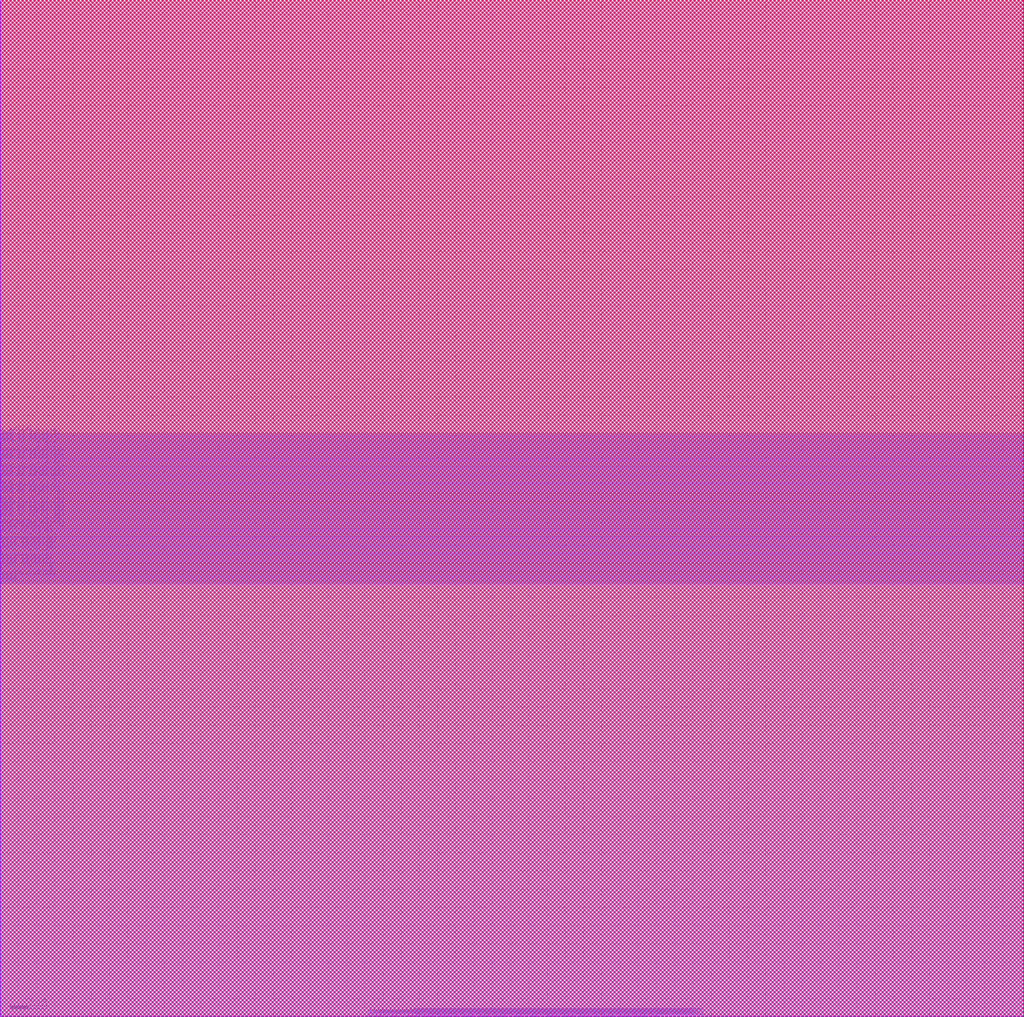
<source format=lef>
##
## LEF for PtnCells ;
## created by Innovus v19.17-s077_1 on Thu Mar 23 01:02:28 2023
##

VERSION 5.8 ;

BUSBITCHARS "[]" ;
DIVIDERCHAR "/" ;

MACRO dualcore
  CLASS BLOCK ;
  SIZE 561.600000 BY 558.200000 ;
  FOREIGN dualcore 0.000000 0.000000 ;
  ORIGIN 0 0 ;
  SYMMETRY X Y R90 ;
  PIN clk1
    DIRECTION INPUT ;
    USE SIGNAL ;
    PORT
      LAYER M3 ;
        RECT 0.000000 237.700000 0.600000 237.900000 ;
    END
  END clk1
  PIN rst1
    DIRECTION INPUT ;
    USE SIGNAL ;
    PORT
      LAYER M3 ;
        RECT 0.000000 239.300000 0.600000 239.500000 ;
    END
  END rst1
  PIN mem_in_core1[31]
    DIRECTION INPUT ;
    USE SIGNAL ;
    PORT
      LAYER M3 ;
        RECT 0.000000 268.100000 0.600000 268.300000 ;
    END
  END mem_in_core1[31]
  PIN mem_in_core1[30]
    DIRECTION INPUT ;
    USE SIGNAL ;
    PORT
      LAYER M3 ;
        RECT 0.000000 268.900000 0.600000 269.100000 ;
    END
  END mem_in_core1[30]
  PIN mem_in_core1[29]
    DIRECTION INPUT ;
    USE SIGNAL ;
    PORT
      LAYER M3 ;
        RECT 0.000000 269.700000 0.600000 269.900000 ;
    END
  END mem_in_core1[29]
  PIN mem_in_core1[28]
    DIRECTION INPUT ;
    USE SIGNAL ;
    PORT
      LAYER M3 ;
        RECT 0.000000 270.500000 0.600000 270.700000 ;
    END
  END mem_in_core1[28]
  PIN mem_in_core1[27]
    DIRECTION INPUT ;
    USE SIGNAL ;
    PORT
      LAYER M3 ;
        RECT 0.000000 271.300000 0.600000 271.500000 ;
    END
  END mem_in_core1[27]
  PIN mem_in_core1[26]
    DIRECTION INPUT ;
    USE SIGNAL ;
    PORT
      LAYER M3 ;
        RECT 0.000000 272.100000 0.600000 272.300000 ;
    END
  END mem_in_core1[26]
  PIN mem_in_core1[25]
    DIRECTION INPUT ;
    USE SIGNAL ;
    PORT
      LAYER M3 ;
        RECT 0.000000 272.900000 0.600000 273.100000 ;
    END
  END mem_in_core1[25]
  PIN mem_in_core1[24]
    DIRECTION INPUT ;
    USE SIGNAL ;
    PORT
      LAYER M3 ;
        RECT 0.000000 273.700000 0.600000 273.900000 ;
    END
  END mem_in_core1[24]
  PIN mem_in_core1[23]
    DIRECTION INPUT ;
    USE SIGNAL ;
    PORT
      LAYER M3 ;
        RECT 0.000000 274.500000 0.600000 274.700000 ;
    END
  END mem_in_core1[23]
  PIN mem_in_core1[22]
    DIRECTION INPUT ;
    USE SIGNAL ;
    PORT
      LAYER M3 ;
        RECT 0.000000 275.300000 0.600000 275.500000 ;
    END
  END mem_in_core1[22]
  PIN mem_in_core1[21]
    DIRECTION INPUT ;
    USE SIGNAL ;
    PORT
      LAYER M3 ;
        RECT 0.000000 276.100000 0.600000 276.300000 ;
    END
  END mem_in_core1[21]
  PIN mem_in_core1[20]
    DIRECTION INPUT ;
    USE SIGNAL ;
    PORT
      LAYER M3 ;
        RECT 0.000000 276.900000 0.600000 277.100000 ;
    END
  END mem_in_core1[20]
  PIN mem_in_core1[19]
    DIRECTION INPUT ;
    USE SIGNAL ;
    PORT
      LAYER M3 ;
        RECT 0.000000 277.700000 0.600000 277.900000 ;
    END
  END mem_in_core1[19]
  PIN mem_in_core1[18]
    DIRECTION INPUT ;
    USE SIGNAL ;
    PORT
      LAYER M3 ;
        RECT 0.000000 278.500000 0.600000 278.700000 ;
    END
  END mem_in_core1[18]
  PIN mem_in_core1[17]
    DIRECTION INPUT ;
    USE SIGNAL ;
    PORT
      LAYER M3 ;
        RECT 0.000000 279.300000 0.600000 279.500000 ;
    END
  END mem_in_core1[17]
  PIN mem_in_core1[16]
    DIRECTION INPUT ;
    USE SIGNAL ;
    PORT
      LAYER M3 ;
        RECT 0.000000 280.100000 0.600000 280.300000 ;
    END
  END mem_in_core1[16]
  PIN mem_in_core1[15]
    DIRECTION INPUT ;
    USE SIGNAL ;
    PORT
      LAYER M3 ;
        RECT 0.000000 280.900000 0.600000 281.100000 ;
    END
  END mem_in_core1[15]
  PIN mem_in_core1[14]
    DIRECTION INPUT ;
    USE SIGNAL ;
    PORT
      LAYER M3 ;
        RECT 0.000000 281.700000 0.600000 281.900000 ;
    END
  END mem_in_core1[14]
  PIN mem_in_core1[13]
    DIRECTION INPUT ;
    USE SIGNAL ;
    PORT
      LAYER M3 ;
        RECT 0.000000 282.500000 0.600000 282.700000 ;
    END
  END mem_in_core1[13]
  PIN mem_in_core1[12]
    DIRECTION INPUT ;
    USE SIGNAL ;
    PORT
      LAYER M3 ;
        RECT 0.000000 283.300000 0.600000 283.500000 ;
    END
  END mem_in_core1[12]
  PIN mem_in_core1[11]
    DIRECTION INPUT ;
    USE SIGNAL ;
    PORT
      LAYER M3 ;
        RECT 0.000000 284.100000 0.600000 284.300000 ;
    END
  END mem_in_core1[11]
  PIN mem_in_core1[10]
    DIRECTION INPUT ;
    USE SIGNAL ;
    PORT
      LAYER M3 ;
        RECT 0.000000 284.900000 0.600000 285.100000 ;
    END
  END mem_in_core1[10]
  PIN mem_in_core1[9]
    DIRECTION INPUT ;
    USE SIGNAL ;
    PORT
      LAYER M3 ;
        RECT 0.000000 285.700000 0.600000 285.900000 ;
    END
  END mem_in_core1[9]
  PIN mem_in_core1[8]
    DIRECTION INPUT ;
    USE SIGNAL ;
    PORT
      LAYER M3 ;
        RECT 0.000000 286.500000 0.600000 286.700000 ;
    END
  END mem_in_core1[8]
  PIN mem_in_core1[7]
    DIRECTION INPUT ;
    USE SIGNAL ;
    PORT
      LAYER M3 ;
        RECT 0.000000 287.300000 0.600000 287.500000 ;
    END
  END mem_in_core1[7]
  PIN mem_in_core1[6]
    DIRECTION INPUT ;
    USE SIGNAL ;
    PORT
      LAYER M3 ;
        RECT 0.000000 288.100000 0.600000 288.300000 ;
    END
  END mem_in_core1[6]
  PIN mem_in_core1[5]
    DIRECTION INPUT ;
    USE SIGNAL ;
    PORT
      LAYER M3 ;
        RECT 0.000000 288.900000 0.600000 289.100000 ;
    END
  END mem_in_core1[5]
  PIN mem_in_core1[4]
    DIRECTION INPUT ;
    USE SIGNAL ;
    PORT
      LAYER M3 ;
        RECT 0.000000 289.700000 0.600000 289.900000 ;
    END
  END mem_in_core1[4]
  PIN mem_in_core1[3]
    DIRECTION INPUT ;
    USE SIGNAL ;
    PORT
      LAYER M3 ;
        RECT 0.000000 290.500000 0.600000 290.700000 ;
    END
  END mem_in_core1[3]
  PIN mem_in_core1[2]
    DIRECTION INPUT ;
    USE SIGNAL ;
    PORT
      LAYER M3 ;
        RECT 0.000000 291.300000 0.600000 291.500000 ;
    END
  END mem_in_core1[2]
  PIN mem_in_core1[1]
    DIRECTION INPUT ;
    USE SIGNAL ;
    PORT
      LAYER M3 ;
        RECT 0.000000 292.100000 0.600000 292.300000 ;
    END
  END mem_in_core1[1]
  PIN mem_in_core1[0]
    DIRECTION INPUT ;
    USE SIGNAL ;
    PORT
      LAYER M3 ;
        RECT 0.000000 292.900000 0.600000 293.100000 ;
    END
  END mem_in_core1[0]
  PIN inst_core1[16]
    DIRECTION INPUT ;
    USE SIGNAL ;
    PORT
      LAYER M3 ;
        RECT 0.000000 240.900000 0.600000 241.100000 ;
    END
  END inst_core1[16]
  PIN inst_core1[15]
    DIRECTION INPUT ;
    USE SIGNAL ;
    PORT
      LAYER M3 ;
        RECT 0.000000 241.700000 0.600000 241.900000 ;
    END
  END inst_core1[15]
  PIN inst_core1[14]
    DIRECTION INPUT ;
    USE SIGNAL ;
    PORT
      LAYER M3 ;
        RECT 0.000000 242.500000 0.600000 242.700000 ;
    END
  END inst_core1[14]
  PIN inst_core1[13]
    DIRECTION INPUT ;
    USE SIGNAL ;
    PORT
      LAYER M3 ;
        RECT 0.000000 243.300000 0.600000 243.500000 ;
    END
  END inst_core1[13]
  PIN inst_core1[12]
    DIRECTION INPUT ;
    USE SIGNAL ;
    PORT
      LAYER M3 ;
        RECT 0.000000 244.100000 0.600000 244.300000 ;
    END
  END inst_core1[12]
  PIN inst_core1[11]
    DIRECTION INPUT ;
    USE SIGNAL ;
    PORT
      LAYER M3 ;
        RECT 0.000000 244.900000 0.600000 245.100000 ;
    END
  END inst_core1[11]
  PIN inst_core1[10]
    DIRECTION INPUT ;
    USE SIGNAL ;
    PORT
      LAYER M3 ;
        RECT 0.000000 245.700000 0.600000 245.900000 ;
    END
  END inst_core1[10]
  PIN inst_core1[9]
    DIRECTION INPUT ;
    USE SIGNAL ;
    PORT
      LAYER M3 ;
        RECT 0.000000 246.500000 0.600000 246.700000 ;
    END
  END inst_core1[9]
  PIN inst_core1[8]
    DIRECTION INPUT ;
    USE SIGNAL ;
    PORT
      LAYER M3 ;
        RECT 0.000000 247.300000 0.600000 247.500000 ;
    END
  END inst_core1[8]
  PIN inst_core1[7]
    DIRECTION INPUT ;
    USE SIGNAL ;
    PORT
      LAYER M3 ;
        RECT 0.000000 248.100000 0.600000 248.300000 ;
    END
  END inst_core1[7]
  PIN inst_core1[6]
    DIRECTION INPUT ;
    USE SIGNAL ;
    PORT
      LAYER M3 ;
        RECT 0.000000 248.900000 0.600000 249.100000 ;
    END
  END inst_core1[6]
  PIN inst_core1[5]
    DIRECTION INPUT ;
    USE SIGNAL ;
    PORT
      LAYER M3 ;
        RECT 0.000000 249.700000 0.600000 249.900000 ;
    END
  END inst_core1[5]
  PIN inst_core1[4]
    DIRECTION INPUT ;
    USE SIGNAL ;
    PORT
      LAYER M3 ;
        RECT 0.000000 250.500000 0.600000 250.700000 ;
    END
  END inst_core1[4]
  PIN inst_core1[3]
    DIRECTION INPUT ;
    USE SIGNAL ;
    PORT
      LAYER M3 ;
        RECT 0.000000 251.300000 0.600000 251.500000 ;
    END
  END inst_core1[3]
  PIN inst_core1[2]
    DIRECTION INPUT ;
    USE SIGNAL ;
    PORT
      LAYER M3 ;
        RECT 0.000000 252.100000 0.600000 252.300000 ;
    END
  END inst_core1[2]
  PIN inst_core1[1]
    DIRECTION INPUT ;
    USE SIGNAL ;
    PORT
      LAYER M3 ;
        RECT 0.000000 252.900000 0.600000 253.100000 ;
    END
  END inst_core1[1]
  PIN inst_core1[0]
    DIRECTION INPUT ;
    USE SIGNAL ;
    PORT
      LAYER M3 ;
        RECT 0.000000 253.700000 0.600000 253.900000 ;
    END
  END inst_core1[0]
  PIN out_core1[87]
    DIRECTION OUTPUT ;
    USE SIGNAL ;
    PORT
      LAYER M2 ;
        RECT 219.800000 0.000000 220.000000 0.600000 ;
    END
  END out_core1[87]
  PIN out_core1[86]
    DIRECTION OUTPUT ;
    USE SIGNAL ;
    PORT
      LAYER M2 ;
        RECT 220.600000 0.000000 220.800000 0.600000 ;
    END
  END out_core1[86]
  PIN out_core1[85]
    DIRECTION OUTPUT ;
    USE SIGNAL ;
    PORT
      LAYER M2 ;
        RECT 221.400000 0.000000 221.600000 0.600000 ;
    END
  END out_core1[85]
  PIN out_core1[84]
    DIRECTION OUTPUT ;
    USE SIGNAL ;
    PORT
      LAYER M2 ;
        RECT 222.200000 0.000000 222.400000 0.600000 ;
    END
  END out_core1[84]
  PIN out_core1[83]
    DIRECTION OUTPUT ;
    USE SIGNAL ;
    PORT
      LAYER M2 ;
        RECT 223.000000 0.000000 223.200000 0.600000 ;
    END
  END out_core1[83]
  PIN out_core1[82]
    DIRECTION OUTPUT ;
    USE SIGNAL ;
    PORT
      LAYER M2 ;
        RECT 223.800000 0.000000 224.000000 0.600000 ;
    END
  END out_core1[82]
  PIN out_core1[81]
    DIRECTION OUTPUT ;
    USE SIGNAL ;
    PORT
      LAYER M2 ;
        RECT 224.600000 0.000000 224.800000 0.600000 ;
    END
  END out_core1[81]
  PIN out_core1[80]
    DIRECTION OUTPUT ;
    USE SIGNAL ;
    PORT
      LAYER M2 ;
        RECT 225.400000 0.000000 225.600000 0.600000 ;
    END
  END out_core1[80]
  PIN out_core1[79]
    DIRECTION OUTPUT ;
    USE SIGNAL ;
    PORT
      LAYER M2 ;
        RECT 226.200000 0.000000 226.400000 0.600000 ;
    END
  END out_core1[79]
  PIN out_core1[78]
    DIRECTION OUTPUT ;
    USE SIGNAL ;
    PORT
      LAYER M2 ;
        RECT 227.000000 0.000000 227.200000 0.600000 ;
    END
  END out_core1[78]
  PIN out_core1[77]
    DIRECTION OUTPUT ;
    USE SIGNAL ;
    PORT
      LAYER M2 ;
        RECT 227.800000 0.000000 228.000000 0.600000 ;
    END
  END out_core1[77]
  PIN out_core1[76]
    DIRECTION OUTPUT ;
    USE SIGNAL ;
    PORT
      LAYER M2 ;
        RECT 228.600000 0.000000 228.800000 0.600000 ;
    END
  END out_core1[76]
  PIN out_core1[75]
    DIRECTION OUTPUT ;
    USE SIGNAL ;
    PORT
      LAYER M2 ;
        RECT 229.400000 0.000000 229.600000 0.600000 ;
    END
  END out_core1[75]
  PIN out_core1[74]
    DIRECTION OUTPUT ;
    USE SIGNAL ;
    PORT
      LAYER M2 ;
        RECT 230.200000 0.000000 230.400000 0.600000 ;
    END
  END out_core1[74]
  PIN out_core1[73]
    DIRECTION OUTPUT ;
    USE SIGNAL ;
    PORT
      LAYER M2 ;
        RECT 231.000000 0.000000 231.200000 0.600000 ;
    END
  END out_core1[73]
  PIN out_core1[72]
    DIRECTION OUTPUT ;
    USE SIGNAL ;
    PORT
      LAYER M2 ;
        RECT 231.800000 0.000000 232.000000 0.600000 ;
    END
  END out_core1[72]
  PIN out_core1[71]
    DIRECTION OUTPUT ;
    USE SIGNAL ;
    PORT
      LAYER M2 ;
        RECT 232.600000 0.000000 232.800000 0.600000 ;
    END
  END out_core1[71]
  PIN out_core1[70]
    DIRECTION OUTPUT ;
    USE SIGNAL ;
    PORT
      LAYER M2 ;
        RECT 233.400000 0.000000 233.600000 0.600000 ;
    END
  END out_core1[70]
  PIN out_core1[69]
    DIRECTION OUTPUT ;
    USE SIGNAL ;
    PORT
      LAYER M2 ;
        RECT 234.200000 0.000000 234.400000 0.600000 ;
    END
  END out_core1[69]
  PIN out_core1[68]
    DIRECTION OUTPUT ;
    USE SIGNAL ;
    PORT
      LAYER M2 ;
        RECT 235.000000 0.000000 235.200000 0.600000 ;
    END
  END out_core1[68]
  PIN out_core1[67]
    DIRECTION OUTPUT ;
    USE SIGNAL ;
    PORT
      LAYER M2 ;
        RECT 235.800000 0.000000 236.000000 0.600000 ;
    END
  END out_core1[67]
  PIN out_core1[66]
    DIRECTION OUTPUT ;
    USE SIGNAL ;
    PORT
      LAYER M2 ;
        RECT 236.600000 0.000000 236.800000 0.600000 ;
    END
  END out_core1[66]
  PIN out_core1[65]
    DIRECTION OUTPUT ;
    USE SIGNAL ;
    PORT
      LAYER M2 ;
        RECT 237.400000 0.000000 237.600000 0.600000 ;
    END
  END out_core1[65]
  PIN out_core1[64]
    DIRECTION OUTPUT ;
    USE SIGNAL ;
    PORT
      LAYER M2 ;
        RECT 238.200000 0.000000 238.400000 0.600000 ;
    END
  END out_core1[64]
  PIN out_core1[63]
    DIRECTION OUTPUT ;
    USE SIGNAL ;
    PORT
      LAYER M2 ;
        RECT 239.000000 0.000000 239.200000 0.600000 ;
    END
  END out_core1[63]
  PIN out_core1[62]
    DIRECTION OUTPUT ;
    USE SIGNAL ;
    PORT
      LAYER M2 ;
        RECT 239.800000 0.000000 240.000000 0.600000 ;
    END
  END out_core1[62]
  PIN out_core1[61]
    DIRECTION OUTPUT ;
    USE SIGNAL ;
    PORT
      LAYER M2 ;
        RECT 240.600000 0.000000 240.800000 0.600000 ;
    END
  END out_core1[61]
  PIN out_core1[60]
    DIRECTION OUTPUT ;
    USE SIGNAL ;
    PORT
      LAYER M2 ;
        RECT 241.400000 0.000000 241.600000 0.600000 ;
    END
  END out_core1[60]
  PIN out_core1[59]
    DIRECTION OUTPUT ;
    USE SIGNAL ;
    PORT
      LAYER M2 ;
        RECT 242.200000 0.000000 242.400000 0.600000 ;
    END
  END out_core1[59]
  PIN out_core1[58]
    DIRECTION OUTPUT ;
    USE SIGNAL ;
    PORT
      LAYER M2 ;
        RECT 243.000000 0.000000 243.200000 0.600000 ;
    END
  END out_core1[58]
  PIN out_core1[57]
    DIRECTION OUTPUT ;
    USE SIGNAL ;
    PORT
      LAYER M2 ;
        RECT 243.800000 0.000000 244.000000 0.600000 ;
    END
  END out_core1[57]
  PIN out_core1[56]
    DIRECTION OUTPUT ;
    USE SIGNAL ;
    PORT
      LAYER M2 ;
        RECT 244.600000 0.000000 244.800000 0.600000 ;
    END
  END out_core1[56]
  PIN out_core1[55]
    DIRECTION OUTPUT ;
    USE SIGNAL ;
    PORT
      LAYER M2 ;
        RECT 245.400000 0.000000 245.600000 0.600000 ;
    END
  END out_core1[55]
  PIN out_core1[54]
    DIRECTION OUTPUT ;
    USE SIGNAL ;
    PORT
      LAYER M2 ;
        RECT 246.200000 0.000000 246.400000 0.600000 ;
    END
  END out_core1[54]
  PIN out_core1[53]
    DIRECTION OUTPUT ;
    USE SIGNAL ;
    PORT
      LAYER M2 ;
        RECT 247.000000 0.000000 247.200000 0.600000 ;
    END
  END out_core1[53]
  PIN out_core1[52]
    DIRECTION OUTPUT ;
    USE SIGNAL ;
    PORT
      LAYER M2 ;
        RECT 247.800000 0.000000 248.000000 0.600000 ;
    END
  END out_core1[52]
  PIN out_core1[51]
    DIRECTION OUTPUT ;
    USE SIGNAL ;
    PORT
      LAYER M2 ;
        RECT 248.600000 0.000000 248.800000 0.600000 ;
    END
  END out_core1[51]
  PIN out_core1[50]
    DIRECTION OUTPUT ;
    USE SIGNAL ;
    PORT
      LAYER M2 ;
        RECT 249.400000 0.000000 249.600000 0.600000 ;
    END
  END out_core1[50]
  PIN out_core1[49]
    DIRECTION OUTPUT ;
    USE SIGNAL ;
    PORT
      LAYER M2 ;
        RECT 250.200000 0.000000 250.400000 0.600000 ;
    END
  END out_core1[49]
  PIN out_core1[48]
    DIRECTION OUTPUT ;
    USE SIGNAL ;
    PORT
      LAYER M2 ;
        RECT 251.000000 0.000000 251.200000 0.600000 ;
    END
  END out_core1[48]
  PIN out_core1[47]
    DIRECTION OUTPUT ;
    USE SIGNAL ;
    PORT
      LAYER M2 ;
        RECT 251.800000 0.000000 252.000000 0.600000 ;
    END
  END out_core1[47]
  PIN out_core1[46]
    DIRECTION OUTPUT ;
    USE SIGNAL ;
    PORT
      LAYER M2 ;
        RECT 252.600000 0.000000 252.800000 0.600000 ;
    END
  END out_core1[46]
  PIN out_core1[45]
    DIRECTION OUTPUT ;
    USE SIGNAL ;
    PORT
      LAYER M2 ;
        RECT 253.400000 0.000000 253.600000 0.600000 ;
    END
  END out_core1[45]
  PIN out_core1[44]
    DIRECTION OUTPUT ;
    USE SIGNAL ;
    PORT
      LAYER M2 ;
        RECT 254.200000 0.000000 254.400000 0.600000 ;
    END
  END out_core1[44]
  PIN out_core1[43]
    DIRECTION OUTPUT ;
    USE SIGNAL ;
    PORT
      LAYER M2 ;
        RECT 255.000000 0.000000 255.200000 0.600000 ;
    END
  END out_core1[43]
  PIN out_core1[42]
    DIRECTION OUTPUT ;
    USE SIGNAL ;
    PORT
      LAYER M2 ;
        RECT 255.800000 0.000000 256.000000 0.600000 ;
    END
  END out_core1[42]
  PIN out_core1[41]
    DIRECTION OUTPUT ;
    USE SIGNAL ;
    PORT
      LAYER M2 ;
        RECT 256.600000 0.000000 256.800000 0.600000 ;
    END
  END out_core1[41]
  PIN out_core1[40]
    DIRECTION OUTPUT ;
    USE SIGNAL ;
    PORT
      LAYER M2 ;
        RECT 257.400000 0.000000 257.600000 0.600000 ;
    END
  END out_core1[40]
  PIN out_core1[39]
    DIRECTION OUTPUT ;
    USE SIGNAL ;
    PORT
      LAYER M2 ;
        RECT 258.200000 0.000000 258.400000 0.600000 ;
    END
  END out_core1[39]
  PIN out_core1[38]
    DIRECTION OUTPUT ;
    USE SIGNAL ;
    PORT
      LAYER M2 ;
        RECT 259.000000 0.000000 259.200000 0.600000 ;
    END
  END out_core1[38]
  PIN out_core1[37]
    DIRECTION OUTPUT ;
    USE SIGNAL ;
    PORT
      LAYER M2 ;
        RECT 259.800000 0.000000 260.000000 0.600000 ;
    END
  END out_core1[37]
  PIN out_core1[36]
    DIRECTION OUTPUT ;
    USE SIGNAL ;
    PORT
      LAYER M2 ;
        RECT 260.600000 0.000000 260.800000 0.600000 ;
    END
  END out_core1[36]
  PIN out_core1[35]
    DIRECTION OUTPUT ;
    USE SIGNAL ;
    PORT
      LAYER M2 ;
        RECT 261.400000 0.000000 261.600000 0.600000 ;
    END
  END out_core1[35]
  PIN out_core1[34]
    DIRECTION OUTPUT ;
    USE SIGNAL ;
    PORT
      LAYER M2 ;
        RECT 262.200000 0.000000 262.400000 0.600000 ;
    END
  END out_core1[34]
  PIN out_core1[33]
    DIRECTION OUTPUT ;
    USE SIGNAL ;
    PORT
      LAYER M2 ;
        RECT 263.000000 0.000000 263.200000 0.600000 ;
    END
  END out_core1[33]
  PIN out_core1[32]
    DIRECTION OUTPUT ;
    USE SIGNAL ;
    PORT
      LAYER M2 ;
        RECT 263.800000 0.000000 264.000000 0.600000 ;
    END
  END out_core1[32]
  PIN out_core1[31]
    DIRECTION OUTPUT ;
    USE SIGNAL ;
    PORT
      LAYER M2 ;
        RECT 264.600000 0.000000 264.800000 0.600000 ;
    END
  END out_core1[31]
  PIN out_core1[30]
    DIRECTION OUTPUT ;
    USE SIGNAL ;
    PORT
      LAYER M2 ;
        RECT 265.400000 0.000000 265.600000 0.600000 ;
    END
  END out_core1[30]
  PIN out_core1[29]
    DIRECTION OUTPUT ;
    USE SIGNAL ;
    PORT
      LAYER M2 ;
        RECT 266.200000 0.000000 266.400000 0.600000 ;
    END
  END out_core1[29]
  PIN out_core1[28]
    DIRECTION OUTPUT ;
    USE SIGNAL ;
    PORT
      LAYER M2 ;
        RECT 267.000000 0.000000 267.200000 0.600000 ;
    END
  END out_core1[28]
  PIN out_core1[27]
    DIRECTION OUTPUT ;
    USE SIGNAL ;
    PORT
      LAYER M2 ;
        RECT 267.800000 0.000000 268.000000 0.600000 ;
    END
  END out_core1[27]
  PIN out_core1[26]
    DIRECTION OUTPUT ;
    USE SIGNAL ;
    PORT
      LAYER M2 ;
        RECT 268.600000 0.000000 268.800000 0.600000 ;
    END
  END out_core1[26]
  PIN out_core1[25]
    DIRECTION OUTPUT ;
    USE SIGNAL ;
    PORT
      LAYER M2 ;
        RECT 269.400000 0.000000 269.600000 0.600000 ;
    END
  END out_core1[25]
  PIN out_core1[24]
    DIRECTION OUTPUT ;
    USE SIGNAL ;
    PORT
      LAYER M2 ;
        RECT 270.200000 0.000000 270.400000 0.600000 ;
    END
  END out_core1[24]
  PIN out_core1[23]
    DIRECTION OUTPUT ;
    USE SIGNAL ;
    PORT
      LAYER M2 ;
        RECT 271.000000 0.000000 271.200000 0.600000 ;
    END
  END out_core1[23]
  PIN out_core1[22]
    DIRECTION OUTPUT ;
    USE SIGNAL ;
    PORT
      LAYER M2 ;
        RECT 271.800000 0.000000 272.000000 0.600000 ;
    END
  END out_core1[22]
  PIN out_core1[21]
    DIRECTION OUTPUT ;
    USE SIGNAL ;
    PORT
      LAYER M2 ;
        RECT 272.600000 0.000000 272.800000 0.600000 ;
    END
  END out_core1[21]
  PIN out_core1[20]
    DIRECTION OUTPUT ;
    USE SIGNAL ;
    PORT
      LAYER M2 ;
        RECT 273.400000 0.000000 273.600000 0.600000 ;
    END
  END out_core1[20]
  PIN out_core1[19]
    DIRECTION OUTPUT ;
    USE SIGNAL ;
    PORT
      LAYER M2 ;
        RECT 274.200000 0.000000 274.400000 0.600000 ;
    END
  END out_core1[19]
  PIN out_core1[18]
    DIRECTION OUTPUT ;
    USE SIGNAL ;
    PORT
      LAYER M2 ;
        RECT 275.000000 0.000000 275.200000 0.600000 ;
    END
  END out_core1[18]
  PIN out_core1[17]
    DIRECTION OUTPUT ;
    USE SIGNAL ;
    PORT
      LAYER M2 ;
        RECT 275.800000 0.000000 276.000000 0.600000 ;
    END
  END out_core1[17]
  PIN out_core1[16]
    DIRECTION OUTPUT ;
    USE SIGNAL ;
    PORT
      LAYER M2 ;
        RECT 276.600000 0.000000 276.800000 0.600000 ;
    END
  END out_core1[16]
  PIN out_core1[15]
    DIRECTION OUTPUT ;
    USE SIGNAL ;
    PORT
      LAYER M2 ;
        RECT 277.400000 0.000000 277.600000 0.600000 ;
    END
  END out_core1[15]
  PIN out_core1[14]
    DIRECTION OUTPUT ;
    USE SIGNAL ;
    PORT
      LAYER M2 ;
        RECT 278.200000 0.000000 278.400000 0.600000 ;
    END
  END out_core1[14]
  PIN out_core1[13]
    DIRECTION OUTPUT ;
    USE SIGNAL ;
    PORT
      LAYER M2 ;
        RECT 279.000000 0.000000 279.200000 0.600000 ;
    END
  END out_core1[13]
  PIN out_core1[12]
    DIRECTION OUTPUT ;
    USE SIGNAL ;
    PORT
      LAYER M2 ;
        RECT 279.800000 0.000000 280.000000 0.600000 ;
    END
  END out_core1[12]
  PIN out_core1[11]
    DIRECTION OUTPUT ;
    USE SIGNAL ;
    PORT
      LAYER M2 ;
        RECT 280.600000 0.000000 280.800000 0.600000 ;
    END
  END out_core1[11]
  PIN out_core1[10]
    DIRECTION OUTPUT ;
    USE SIGNAL ;
    PORT
      LAYER M2 ;
        RECT 281.400000 0.000000 281.600000 0.600000 ;
    END
  END out_core1[10]
  PIN out_core1[9]
    DIRECTION OUTPUT ;
    USE SIGNAL ;
    PORT
      LAYER M2 ;
        RECT 282.200000 0.000000 282.400000 0.600000 ;
    END
  END out_core1[9]
  PIN out_core1[8]
    DIRECTION OUTPUT ;
    USE SIGNAL ;
    PORT
      LAYER M2 ;
        RECT 283.000000 0.000000 283.200000 0.600000 ;
    END
  END out_core1[8]
  PIN out_core1[7]
    DIRECTION OUTPUT ;
    USE SIGNAL ;
    PORT
      LAYER M2 ;
        RECT 283.800000 0.000000 284.000000 0.600000 ;
    END
  END out_core1[7]
  PIN out_core1[6]
    DIRECTION OUTPUT ;
    USE SIGNAL ;
    PORT
      LAYER M2 ;
        RECT 284.600000 0.000000 284.800000 0.600000 ;
    END
  END out_core1[6]
  PIN out_core1[5]
    DIRECTION OUTPUT ;
    USE SIGNAL ;
    PORT
      LAYER M2 ;
        RECT 285.400000 0.000000 285.600000 0.600000 ;
    END
  END out_core1[5]
  PIN out_core1[4]
    DIRECTION OUTPUT ;
    USE SIGNAL ;
    PORT
      LAYER M2 ;
        RECT 286.200000 0.000000 286.400000 0.600000 ;
    END
  END out_core1[4]
  PIN out_core1[3]
    DIRECTION OUTPUT ;
    USE SIGNAL ;
    PORT
      LAYER M2 ;
        RECT 287.000000 0.000000 287.200000 0.600000 ;
    END
  END out_core1[3]
  PIN out_core1[2]
    DIRECTION OUTPUT ;
    USE SIGNAL ;
    PORT
      LAYER M2 ;
        RECT 287.800000 0.000000 288.000000 0.600000 ;
    END
  END out_core1[2]
  PIN out_core1[1]
    DIRECTION OUTPUT ;
    USE SIGNAL ;
    PORT
      LAYER M2 ;
        RECT 288.600000 0.000000 288.800000 0.600000 ;
    END
  END out_core1[1]
  PIN out_core1[0]
    DIRECTION OUTPUT ;
    USE SIGNAL ;
    PORT
      LAYER M2 ;
        RECT 289.400000 0.000000 289.600000 0.600000 ;
    END
  END out_core1[0]
  PIN clk2
    DIRECTION INPUT ;
    USE SIGNAL ;
    PORT
      LAYER M3 ;
        RECT 0.000000 238.500000 0.600000 238.700000 ;
    END
  END clk2
  PIN rst2
    DIRECTION INPUT ;
    USE SIGNAL ;
    PORT
      LAYER M3 ;
        RECT 0.000000 240.100000 0.600000 240.300000 ;
    END
  END rst2
  PIN mem_in_core2[31]
    DIRECTION INPUT ;
    USE SIGNAL ;
    PORT
      LAYER M3 ;
        RECT 0.000000 293.700000 0.600000 293.900000 ;
    END
  END mem_in_core2[31]
  PIN mem_in_core2[30]
    DIRECTION INPUT ;
    USE SIGNAL ;
    PORT
      LAYER M3 ;
        RECT 0.000000 294.500000 0.600000 294.700000 ;
    END
  END mem_in_core2[30]
  PIN mem_in_core2[29]
    DIRECTION INPUT ;
    USE SIGNAL ;
    PORT
      LAYER M3 ;
        RECT 0.000000 295.300000 0.600000 295.500000 ;
    END
  END mem_in_core2[29]
  PIN mem_in_core2[28]
    DIRECTION INPUT ;
    USE SIGNAL ;
    PORT
      LAYER M3 ;
        RECT 0.000000 296.100000 0.600000 296.300000 ;
    END
  END mem_in_core2[28]
  PIN mem_in_core2[27]
    DIRECTION INPUT ;
    USE SIGNAL ;
    PORT
      LAYER M3 ;
        RECT 0.000000 296.900000 0.600000 297.100000 ;
    END
  END mem_in_core2[27]
  PIN mem_in_core2[26]
    DIRECTION INPUT ;
    USE SIGNAL ;
    PORT
      LAYER M3 ;
        RECT 0.000000 297.700000 0.600000 297.900000 ;
    END
  END mem_in_core2[26]
  PIN mem_in_core2[25]
    DIRECTION INPUT ;
    USE SIGNAL ;
    PORT
      LAYER M3 ;
        RECT 0.000000 298.500000 0.600000 298.700000 ;
    END
  END mem_in_core2[25]
  PIN mem_in_core2[24]
    DIRECTION INPUT ;
    USE SIGNAL ;
    PORT
      LAYER M3 ;
        RECT 0.000000 299.300000 0.600000 299.500000 ;
    END
  END mem_in_core2[24]
  PIN mem_in_core2[23]
    DIRECTION INPUT ;
    USE SIGNAL ;
    PORT
      LAYER M3 ;
        RECT 0.000000 300.100000 0.600000 300.300000 ;
    END
  END mem_in_core2[23]
  PIN mem_in_core2[22]
    DIRECTION INPUT ;
    USE SIGNAL ;
    PORT
      LAYER M3 ;
        RECT 0.000000 300.900000 0.600000 301.100000 ;
    END
  END mem_in_core2[22]
  PIN mem_in_core2[21]
    DIRECTION INPUT ;
    USE SIGNAL ;
    PORT
      LAYER M3 ;
        RECT 0.000000 301.700000 0.600000 301.900000 ;
    END
  END mem_in_core2[21]
  PIN mem_in_core2[20]
    DIRECTION INPUT ;
    USE SIGNAL ;
    PORT
      LAYER M3 ;
        RECT 0.000000 302.500000 0.600000 302.700000 ;
    END
  END mem_in_core2[20]
  PIN mem_in_core2[19]
    DIRECTION INPUT ;
    USE SIGNAL ;
    PORT
      LAYER M3 ;
        RECT 0.000000 303.300000 0.600000 303.500000 ;
    END
  END mem_in_core2[19]
  PIN mem_in_core2[18]
    DIRECTION INPUT ;
    USE SIGNAL ;
    PORT
      LAYER M3 ;
        RECT 0.000000 304.100000 0.600000 304.300000 ;
    END
  END mem_in_core2[18]
  PIN mem_in_core2[17]
    DIRECTION INPUT ;
    USE SIGNAL ;
    PORT
      LAYER M3 ;
        RECT 0.000000 304.900000 0.600000 305.100000 ;
    END
  END mem_in_core2[17]
  PIN mem_in_core2[16]
    DIRECTION INPUT ;
    USE SIGNAL ;
    PORT
      LAYER M3 ;
        RECT 0.000000 305.700000 0.600000 305.900000 ;
    END
  END mem_in_core2[16]
  PIN mem_in_core2[15]
    DIRECTION INPUT ;
    USE SIGNAL ;
    PORT
      LAYER M3 ;
        RECT 0.000000 306.500000 0.600000 306.700000 ;
    END
  END mem_in_core2[15]
  PIN mem_in_core2[14]
    DIRECTION INPUT ;
    USE SIGNAL ;
    PORT
      LAYER M3 ;
        RECT 0.000000 307.300000 0.600000 307.500000 ;
    END
  END mem_in_core2[14]
  PIN mem_in_core2[13]
    DIRECTION INPUT ;
    USE SIGNAL ;
    PORT
      LAYER M3 ;
        RECT 0.000000 308.100000 0.600000 308.300000 ;
    END
  END mem_in_core2[13]
  PIN mem_in_core2[12]
    DIRECTION INPUT ;
    USE SIGNAL ;
    PORT
      LAYER M3 ;
        RECT 0.000000 308.900000 0.600000 309.100000 ;
    END
  END mem_in_core2[12]
  PIN mem_in_core2[11]
    DIRECTION INPUT ;
    USE SIGNAL ;
    PORT
      LAYER M3 ;
        RECT 0.000000 309.700000 0.600000 309.900000 ;
    END
  END mem_in_core2[11]
  PIN mem_in_core2[10]
    DIRECTION INPUT ;
    USE SIGNAL ;
    PORT
      LAYER M3 ;
        RECT 0.000000 310.500000 0.600000 310.700000 ;
    END
  END mem_in_core2[10]
  PIN mem_in_core2[9]
    DIRECTION INPUT ;
    USE SIGNAL ;
    PORT
      LAYER M3 ;
        RECT 0.000000 311.300000 0.600000 311.500000 ;
    END
  END mem_in_core2[9]
  PIN mem_in_core2[8]
    DIRECTION INPUT ;
    USE SIGNAL ;
    PORT
      LAYER M3 ;
        RECT 0.000000 312.100000 0.600000 312.300000 ;
    END
  END mem_in_core2[8]
  PIN mem_in_core2[7]
    DIRECTION INPUT ;
    USE SIGNAL ;
    PORT
      LAYER M3 ;
        RECT 0.000000 312.900000 0.600000 313.100000 ;
    END
  END mem_in_core2[7]
  PIN mem_in_core2[6]
    DIRECTION INPUT ;
    USE SIGNAL ;
    PORT
      LAYER M3 ;
        RECT 0.000000 313.700000 0.600000 313.900000 ;
    END
  END mem_in_core2[6]
  PIN mem_in_core2[5]
    DIRECTION INPUT ;
    USE SIGNAL ;
    PORT
      LAYER M3 ;
        RECT 0.000000 314.500000 0.600000 314.700000 ;
    END
  END mem_in_core2[5]
  PIN mem_in_core2[4]
    DIRECTION INPUT ;
    USE SIGNAL ;
    PORT
      LAYER M3 ;
        RECT 0.000000 315.300000 0.600000 315.500000 ;
    END
  END mem_in_core2[4]
  PIN mem_in_core2[3]
    DIRECTION INPUT ;
    USE SIGNAL ;
    PORT
      LAYER M3 ;
        RECT 0.000000 316.100000 0.600000 316.300000 ;
    END
  END mem_in_core2[3]
  PIN mem_in_core2[2]
    DIRECTION INPUT ;
    USE SIGNAL ;
    PORT
      LAYER M3 ;
        RECT 0.000000 316.900000 0.600000 317.100000 ;
    END
  END mem_in_core2[2]
  PIN mem_in_core2[1]
    DIRECTION INPUT ;
    USE SIGNAL ;
    PORT
      LAYER M3 ;
        RECT 0.000000 317.700000 0.600000 317.900000 ;
    END
  END mem_in_core2[1]
  PIN mem_in_core2[0]
    DIRECTION INPUT ;
    USE SIGNAL ;
    PORT
      LAYER M3 ;
        RECT 0.000000 318.500000 0.600000 318.700000 ;
    END
  END mem_in_core2[0]
  PIN inst_core2[16]
    DIRECTION INPUT ;
    USE SIGNAL ;
    PORT
      LAYER M3 ;
        RECT 0.000000 254.500000 0.600000 254.700000 ;
    END
  END inst_core2[16]
  PIN inst_core2[15]
    DIRECTION INPUT ;
    USE SIGNAL ;
    PORT
      LAYER M3 ;
        RECT 0.000000 255.300000 0.600000 255.500000 ;
    END
  END inst_core2[15]
  PIN inst_core2[14]
    DIRECTION INPUT ;
    USE SIGNAL ;
    PORT
      LAYER M3 ;
        RECT 0.000000 256.100000 0.600000 256.300000 ;
    END
  END inst_core2[14]
  PIN inst_core2[13]
    DIRECTION INPUT ;
    USE SIGNAL ;
    PORT
      LAYER M3 ;
        RECT 0.000000 256.900000 0.600000 257.100000 ;
    END
  END inst_core2[13]
  PIN inst_core2[12]
    DIRECTION INPUT ;
    USE SIGNAL ;
    PORT
      LAYER M3 ;
        RECT 0.000000 257.700000 0.600000 257.900000 ;
    END
  END inst_core2[12]
  PIN inst_core2[11]
    DIRECTION INPUT ;
    USE SIGNAL ;
    PORT
      LAYER M3 ;
        RECT 0.000000 258.500000 0.600000 258.700000 ;
    END
  END inst_core2[11]
  PIN inst_core2[10]
    DIRECTION INPUT ;
    USE SIGNAL ;
    PORT
      LAYER M3 ;
        RECT 0.000000 259.300000 0.600000 259.500000 ;
    END
  END inst_core2[10]
  PIN inst_core2[9]
    DIRECTION INPUT ;
    USE SIGNAL ;
    PORT
      LAYER M3 ;
        RECT 0.000000 260.100000 0.600000 260.300000 ;
    END
  END inst_core2[9]
  PIN inst_core2[8]
    DIRECTION INPUT ;
    USE SIGNAL ;
    PORT
      LAYER M3 ;
        RECT 0.000000 260.900000 0.600000 261.100000 ;
    END
  END inst_core2[8]
  PIN inst_core2[7]
    DIRECTION INPUT ;
    USE SIGNAL ;
    PORT
      LAYER M3 ;
        RECT 0.000000 261.700000 0.600000 261.900000 ;
    END
  END inst_core2[7]
  PIN inst_core2[6]
    DIRECTION INPUT ;
    USE SIGNAL ;
    PORT
      LAYER M3 ;
        RECT 0.000000 262.500000 0.600000 262.700000 ;
    END
  END inst_core2[6]
  PIN inst_core2[5]
    DIRECTION INPUT ;
    USE SIGNAL ;
    PORT
      LAYER M3 ;
        RECT 0.000000 263.300000 0.600000 263.500000 ;
    END
  END inst_core2[5]
  PIN inst_core2[4]
    DIRECTION INPUT ;
    USE SIGNAL ;
    PORT
      LAYER M3 ;
        RECT 0.000000 264.100000 0.600000 264.300000 ;
    END
  END inst_core2[4]
  PIN inst_core2[3]
    DIRECTION INPUT ;
    USE SIGNAL ;
    PORT
      LAYER M3 ;
        RECT 0.000000 264.900000 0.600000 265.100000 ;
    END
  END inst_core2[3]
  PIN inst_core2[2]
    DIRECTION INPUT ;
    USE SIGNAL ;
    PORT
      LAYER M3 ;
        RECT 0.000000 265.700000 0.600000 265.900000 ;
    END
  END inst_core2[2]
  PIN inst_core2[1]
    DIRECTION INPUT ;
    USE SIGNAL ;
    PORT
      LAYER M3 ;
        RECT 0.000000 266.500000 0.600000 266.700000 ;
    END
  END inst_core2[1]
  PIN inst_core2[0]
    DIRECTION INPUT ;
    USE SIGNAL ;
    PORT
      LAYER M3 ;
        RECT 0.000000 267.300000 0.600000 267.500000 ;
    END
  END inst_core2[0]
  PIN out_core2[87]
    DIRECTION OUTPUT ;
    USE SIGNAL ;
    PORT
      LAYER M2 ;
        RECT 290.200000 0.000000 290.400000 0.600000 ;
    END
  END out_core2[87]
  PIN out_core2[86]
    DIRECTION OUTPUT ;
    USE SIGNAL ;
    PORT
      LAYER M2 ;
        RECT 291.000000 0.000000 291.200000 0.600000 ;
    END
  END out_core2[86]
  PIN out_core2[85]
    DIRECTION OUTPUT ;
    USE SIGNAL ;
    PORT
      LAYER M2 ;
        RECT 291.800000 0.000000 292.000000 0.600000 ;
    END
  END out_core2[85]
  PIN out_core2[84]
    DIRECTION OUTPUT ;
    USE SIGNAL ;
    PORT
      LAYER M2 ;
        RECT 292.600000 0.000000 292.800000 0.600000 ;
    END
  END out_core2[84]
  PIN out_core2[83]
    DIRECTION OUTPUT ;
    USE SIGNAL ;
    PORT
      LAYER M2 ;
        RECT 293.400000 0.000000 293.600000 0.600000 ;
    END
  END out_core2[83]
  PIN out_core2[82]
    DIRECTION OUTPUT ;
    USE SIGNAL ;
    PORT
      LAYER M2 ;
        RECT 294.200000 0.000000 294.400000 0.600000 ;
    END
  END out_core2[82]
  PIN out_core2[81]
    DIRECTION OUTPUT ;
    USE SIGNAL ;
    PORT
      LAYER M2 ;
        RECT 295.000000 0.000000 295.200000 0.600000 ;
    END
  END out_core2[81]
  PIN out_core2[80]
    DIRECTION OUTPUT ;
    USE SIGNAL ;
    PORT
      LAYER M2 ;
        RECT 295.800000 0.000000 296.000000 0.600000 ;
    END
  END out_core2[80]
  PIN out_core2[79]
    DIRECTION OUTPUT ;
    USE SIGNAL ;
    PORT
      LAYER M2 ;
        RECT 296.600000 0.000000 296.800000 0.600000 ;
    END
  END out_core2[79]
  PIN out_core2[78]
    DIRECTION OUTPUT ;
    USE SIGNAL ;
    PORT
      LAYER M2 ;
        RECT 297.400000 0.000000 297.600000 0.600000 ;
    END
  END out_core2[78]
  PIN out_core2[77]
    DIRECTION OUTPUT ;
    USE SIGNAL ;
    PORT
      LAYER M2 ;
        RECT 298.200000 0.000000 298.400000 0.600000 ;
    END
  END out_core2[77]
  PIN out_core2[76]
    DIRECTION OUTPUT ;
    USE SIGNAL ;
    PORT
      LAYER M2 ;
        RECT 299.000000 0.000000 299.200000 0.600000 ;
    END
  END out_core2[76]
  PIN out_core2[75]
    DIRECTION OUTPUT ;
    USE SIGNAL ;
    PORT
      LAYER M2 ;
        RECT 299.800000 0.000000 300.000000 0.600000 ;
    END
  END out_core2[75]
  PIN out_core2[74]
    DIRECTION OUTPUT ;
    USE SIGNAL ;
    PORT
      LAYER M2 ;
        RECT 300.600000 0.000000 300.800000 0.600000 ;
    END
  END out_core2[74]
  PIN out_core2[73]
    DIRECTION OUTPUT ;
    USE SIGNAL ;
    PORT
      LAYER M2 ;
        RECT 301.400000 0.000000 301.600000 0.600000 ;
    END
  END out_core2[73]
  PIN out_core2[72]
    DIRECTION OUTPUT ;
    USE SIGNAL ;
    PORT
      LAYER M2 ;
        RECT 302.200000 0.000000 302.400000 0.600000 ;
    END
  END out_core2[72]
  PIN out_core2[71]
    DIRECTION OUTPUT ;
    USE SIGNAL ;
    PORT
      LAYER M2 ;
        RECT 303.000000 0.000000 303.200000 0.600000 ;
    END
  END out_core2[71]
  PIN out_core2[70]
    DIRECTION OUTPUT ;
    USE SIGNAL ;
    PORT
      LAYER M2 ;
        RECT 303.800000 0.000000 304.000000 0.600000 ;
    END
  END out_core2[70]
  PIN out_core2[69]
    DIRECTION OUTPUT ;
    USE SIGNAL ;
    PORT
      LAYER M2 ;
        RECT 304.600000 0.000000 304.800000 0.600000 ;
    END
  END out_core2[69]
  PIN out_core2[68]
    DIRECTION OUTPUT ;
    USE SIGNAL ;
    PORT
      LAYER M2 ;
        RECT 305.400000 0.000000 305.600000 0.600000 ;
    END
  END out_core2[68]
  PIN out_core2[67]
    DIRECTION OUTPUT ;
    USE SIGNAL ;
    PORT
      LAYER M2 ;
        RECT 306.200000 0.000000 306.400000 0.600000 ;
    END
  END out_core2[67]
  PIN out_core2[66]
    DIRECTION OUTPUT ;
    USE SIGNAL ;
    PORT
      LAYER M2 ;
        RECT 307.000000 0.000000 307.200000 0.600000 ;
    END
  END out_core2[66]
  PIN out_core2[65]
    DIRECTION OUTPUT ;
    USE SIGNAL ;
    PORT
      LAYER M2 ;
        RECT 307.800000 0.000000 308.000000 0.600000 ;
    END
  END out_core2[65]
  PIN out_core2[64]
    DIRECTION OUTPUT ;
    USE SIGNAL ;
    PORT
      LAYER M2 ;
        RECT 308.600000 0.000000 308.800000 0.600000 ;
    END
  END out_core2[64]
  PIN out_core2[63]
    DIRECTION OUTPUT ;
    USE SIGNAL ;
    PORT
      LAYER M2 ;
        RECT 309.400000 0.000000 309.600000 0.600000 ;
    END
  END out_core2[63]
  PIN out_core2[62]
    DIRECTION OUTPUT ;
    USE SIGNAL ;
    PORT
      LAYER M2 ;
        RECT 310.200000 0.000000 310.400000 0.600000 ;
    END
  END out_core2[62]
  PIN out_core2[61]
    DIRECTION OUTPUT ;
    USE SIGNAL ;
    PORT
      LAYER M2 ;
        RECT 311.000000 0.000000 311.200000 0.600000 ;
    END
  END out_core2[61]
  PIN out_core2[60]
    DIRECTION OUTPUT ;
    USE SIGNAL ;
    PORT
      LAYER M2 ;
        RECT 311.800000 0.000000 312.000000 0.600000 ;
    END
  END out_core2[60]
  PIN out_core2[59]
    DIRECTION OUTPUT ;
    USE SIGNAL ;
    PORT
      LAYER M2 ;
        RECT 312.600000 0.000000 312.800000 0.600000 ;
    END
  END out_core2[59]
  PIN out_core2[58]
    DIRECTION OUTPUT ;
    USE SIGNAL ;
    PORT
      LAYER M2 ;
        RECT 313.400000 0.000000 313.600000 0.600000 ;
    END
  END out_core2[58]
  PIN out_core2[57]
    DIRECTION OUTPUT ;
    USE SIGNAL ;
    PORT
      LAYER M2 ;
        RECT 314.200000 0.000000 314.400000 0.600000 ;
    END
  END out_core2[57]
  PIN out_core2[56]
    DIRECTION OUTPUT ;
    USE SIGNAL ;
    PORT
      LAYER M2 ;
        RECT 315.000000 0.000000 315.200000 0.600000 ;
    END
  END out_core2[56]
  PIN out_core2[55]
    DIRECTION OUTPUT ;
    USE SIGNAL ;
    PORT
      LAYER M2 ;
        RECT 315.800000 0.000000 316.000000 0.600000 ;
    END
  END out_core2[55]
  PIN out_core2[54]
    DIRECTION OUTPUT ;
    USE SIGNAL ;
    PORT
      LAYER M2 ;
        RECT 316.600000 0.000000 316.800000 0.600000 ;
    END
  END out_core2[54]
  PIN out_core2[53]
    DIRECTION OUTPUT ;
    USE SIGNAL ;
    PORT
      LAYER M2 ;
        RECT 317.400000 0.000000 317.600000 0.600000 ;
    END
  END out_core2[53]
  PIN out_core2[52]
    DIRECTION OUTPUT ;
    USE SIGNAL ;
    PORT
      LAYER M2 ;
        RECT 318.200000 0.000000 318.400000 0.600000 ;
    END
  END out_core2[52]
  PIN out_core2[51]
    DIRECTION OUTPUT ;
    USE SIGNAL ;
    PORT
      LAYER M2 ;
        RECT 319.000000 0.000000 319.200000 0.600000 ;
    END
  END out_core2[51]
  PIN out_core2[50]
    DIRECTION OUTPUT ;
    USE SIGNAL ;
    PORT
      LAYER M2 ;
        RECT 319.800000 0.000000 320.000000 0.600000 ;
    END
  END out_core2[50]
  PIN out_core2[49]
    DIRECTION OUTPUT ;
    USE SIGNAL ;
    PORT
      LAYER M2 ;
        RECT 320.600000 0.000000 320.800000 0.600000 ;
    END
  END out_core2[49]
  PIN out_core2[48]
    DIRECTION OUTPUT ;
    USE SIGNAL ;
    PORT
      LAYER M2 ;
        RECT 321.400000 0.000000 321.600000 0.600000 ;
    END
  END out_core2[48]
  PIN out_core2[47]
    DIRECTION OUTPUT ;
    USE SIGNAL ;
    PORT
      LAYER M2 ;
        RECT 322.200000 0.000000 322.400000 0.600000 ;
    END
  END out_core2[47]
  PIN out_core2[46]
    DIRECTION OUTPUT ;
    USE SIGNAL ;
    PORT
      LAYER M2 ;
        RECT 323.000000 0.000000 323.200000 0.600000 ;
    END
  END out_core2[46]
  PIN out_core2[45]
    DIRECTION OUTPUT ;
    USE SIGNAL ;
    PORT
      LAYER M2 ;
        RECT 323.800000 0.000000 324.000000 0.600000 ;
    END
  END out_core2[45]
  PIN out_core2[44]
    DIRECTION OUTPUT ;
    USE SIGNAL ;
    PORT
      LAYER M2 ;
        RECT 324.600000 0.000000 324.800000 0.600000 ;
    END
  END out_core2[44]
  PIN out_core2[43]
    DIRECTION OUTPUT ;
    USE SIGNAL ;
    PORT
      LAYER M2 ;
        RECT 325.400000 0.000000 325.600000 0.600000 ;
    END
  END out_core2[43]
  PIN out_core2[42]
    DIRECTION OUTPUT ;
    USE SIGNAL ;
    PORT
      LAYER M2 ;
        RECT 326.200000 0.000000 326.400000 0.600000 ;
    END
  END out_core2[42]
  PIN out_core2[41]
    DIRECTION OUTPUT ;
    USE SIGNAL ;
    PORT
      LAYER M2 ;
        RECT 327.000000 0.000000 327.200000 0.600000 ;
    END
  END out_core2[41]
  PIN out_core2[40]
    DIRECTION OUTPUT ;
    USE SIGNAL ;
    PORT
      LAYER M2 ;
        RECT 327.800000 0.000000 328.000000 0.600000 ;
    END
  END out_core2[40]
  PIN out_core2[39]
    DIRECTION OUTPUT ;
    USE SIGNAL ;
    PORT
      LAYER M2 ;
        RECT 328.600000 0.000000 328.800000 0.600000 ;
    END
  END out_core2[39]
  PIN out_core2[38]
    DIRECTION OUTPUT ;
    USE SIGNAL ;
    PORT
      LAYER M2 ;
        RECT 329.400000 0.000000 329.600000 0.600000 ;
    END
  END out_core2[38]
  PIN out_core2[37]
    DIRECTION OUTPUT ;
    USE SIGNAL ;
    PORT
      LAYER M2 ;
        RECT 330.200000 0.000000 330.400000 0.600000 ;
    END
  END out_core2[37]
  PIN out_core2[36]
    DIRECTION OUTPUT ;
    USE SIGNAL ;
    PORT
      LAYER M2 ;
        RECT 331.000000 0.000000 331.200000 0.600000 ;
    END
  END out_core2[36]
  PIN out_core2[35]
    DIRECTION OUTPUT ;
    USE SIGNAL ;
    PORT
      LAYER M2 ;
        RECT 331.800000 0.000000 332.000000 0.600000 ;
    END
  END out_core2[35]
  PIN out_core2[34]
    DIRECTION OUTPUT ;
    USE SIGNAL ;
    PORT
      LAYER M2 ;
        RECT 332.600000 0.000000 332.800000 0.600000 ;
    END
  END out_core2[34]
  PIN out_core2[33]
    DIRECTION OUTPUT ;
    USE SIGNAL ;
    PORT
      LAYER M2 ;
        RECT 333.400000 0.000000 333.600000 0.600000 ;
    END
  END out_core2[33]
  PIN out_core2[32]
    DIRECTION OUTPUT ;
    USE SIGNAL ;
    PORT
      LAYER M2 ;
        RECT 334.200000 0.000000 334.400000 0.600000 ;
    END
  END out_core2[32]
  PIN out_core2[31]
    DIRECTION OUTPUT ;
    USE SIGNAL ;
    PORT
      LAYER M2 ;
        RECT 335.000000 0.000000 335.200000 0.600000 ;
    END
  END out_core2[31]
  PIN out_core2[30]
    DIRECTION OUTPUT ;
    USE SIGNAL ;
    PORT
      LAYER M2 ;
        RECT 335.800000 0.000000 336.000000 0.600000 ;
    END
  END out_core2[30]
  PIN out_core2[29]
    DIRECTION OUTPUT ;
    USE SIGNAL ;
    PORT
      LAYER M2 ;
        RECT 336.600000 0.000000 336.800000 0.600000 ;
    END
  END out_core2[29]
  PIN out_core2[28]
    DIRECTION OUTPUT ;
    USE SIGNAL ;
    PORT
      LAYER M2 ;
        RECT 337.400000 0.000000 337.600000 0.600000 ;
    END
  END out_core2[28]
  PIN out_core2[27]
    DIRECTION OUTPUT ;
    USE SIGNAL ;
    PORT
      LAYER M2 ;
        RECT 338.200000 0.000000 338.400000 0.600000 ;
    END
  END out_core2[27]
  PIN out_core2[26]
    DIRECTION OUTPUT ;
    USE SIGNAL ;
    PORT
      LAYER M2 ;
        RECT 339.000000 0.000000 339.200000 0.600000 ;
    END
  END out_core2[26]
  PIN out_core2[25]
    DIRECTION OUTPUT ;
    USE SIGNAL ;
    PORT
      LAYER M2 ;
        RECT 339.800000 0.000000 340.000000 0.600000 ;
    END
  END out_core2[25]
  PIN out_core2[24]
    DIRECTION OUTPUT ;
    USE SIGNAL ;
    PORT
      LAYER M2 ;
        RECT 340.600000 0.000000 340.800000 0.600000 ;
    END
  END out_core2[24]
  PIN out_core2[23]
    DIRECTION OUTPUT ;
    USE SIGNAL ;
    PORT
      LAYER M2 ;
        RECT 341.400000 0.000000 341.600000 0.600000 ;
    END
  END out_core2[23]
  PIN out_core2[22]
    DIRECTION OUTPUT ;
    USE SIGNAL ;
    PORT
      LAYER M2 ;
        RECT 342.200000 0.000000 342.400000 0.600000 ;
    END
  END out_core2[22]
  PIN out_core2[21]
    DIRECTION OUTPUT ;
    USE SIGNAL ;
    PORT
      LAYER M2 ;
        RECT 343.000000 0.000000 343.200000 0.600000 ;
    END
  END out_core2[21]
  PIN out_core2[20]
    DIRECTION OUTPUT ;
    USE SIGNAL ;
    PORT
      LAYER M2 ;
        RECT 343.800000 0.000000 344.000000 0.600000 ;
    END
  END out_core2[20]
  PIN out_core2[19]
    DIRECTION OUTPUT ;
    USE SIGNAL ;
    PORT
      LAYER M2 ;
        RECT 344.600000 0.000000 344.800000 0.600000 ;
    END
  END out_core2[19]
  PIN out_core2[18]
    DIRECTION OUTPUT ;
    USE SIGNAL ;
    PORT
      LAYER M2 ;
        RECT 345.400000 0.000000 345.600000 0.600000 ;
    END
  END out_core2[18]
  PIN out_core2[17]
    DIRECTION OUTPUT ;
    USE SIGNAL ;
    PORT
      LAYER M2 ;
        RECT 346.200000 0.000000 346.400000 0.600000 ;
    END
  END out_core2[17]
  PIN out_core2[16]
    DIRECTION OUTPUT ;
    USE SIGNAL ;
    PORT
      LAYER M2 ;
        RECT 347.000000 0.000000 347.200000 0.600000 ;
    END
  END out_core2[16]
  PIN out_core2[15]
    DIRECTION OUTPUT ;
    USE SIGNAL ;
    PORT
      LAYER M2 ;
        RECT 347.800000 0.000000 348.000000 0.600000 ;
    END
  END out_core2[15]
  PIN out_core2[14]
    DIRECTION OUTPUT ;
    USE SIGNAL ;
    PORT
      LAYER M2 ;
        RECT 348.600000 0.000000 348.800000 0.600000 ;
    END
  END out_core2[14]
  PIN out_core2[13]
    DIRECTION OUTPUT ;
    USE SIGNAL ;
    PORT
      LAYER M2 ;
        RECT 349.400000 0.000000 349.600000 0.600000 ;
    END
  END out_core2[13]
  PIN out_core2[12]
    DIRECTION OUTPUT ;
    USE SIGNAL ;
    PORT
      LAYER M2 ;
        RECT 350.200000 0.000000 350.400000 0.600000 ;
    END
  END out_core2[12]
  PIN out_core2[11]
    DIRECTION OUTPUT ;
    USE SIGNAL ;
    PORT
      LAYER M2 ;
        RECT 351.000000 0.000000 351.200000 0.600000 ;
    END
  END out_core2[11]
  PIN out_core2[10]
    DIRECTION OUTPUT ;
    USE SIGNAL ;
    PORT
      LAYER M2 ;
        RECT 351.800000 0.000000 352.000000 0.600000 ;
    END
  END out_core2[10]
  PIN out_core2[9]
    DIRECTION OUTPUT ;
    USE SIGNAL ;
    PORT
      LAYER M2 ;
        RECT 352.600000 0.000000 352.800000 0.600000 ;
    END
  END out_core2[9]
  PIN out_core2[8]
    DIRECTION OUTPUT ;
    USE SIGNAL ;
    PORT
      LAYER M2 ;
        RECT 353.400000 0.000000 353.600000 0.600000 ;
    END
  END out_core2[8]
  PIN out_core2[7]
    DIRECTION OUTPUT ;
    USE SIGNAL ;
    PORT
      LAYER M2 ;
        RECT 354.200000 0.000000 354.400000 0.600000 ;
    END
  END out_core2[7]
  PIN out_core2[6]
    DIRECTION OUTPUT ;
    USE SIGNAL ;
    PORT
      LAYER M2 ;
        RECT 355.000000 0.000000 355.200000 0.600000 ;
    END
  END out_core2[6]
  PIN out_core2[5]
    DIRECTION OUTPUT ;
    USE SIGNAL ;
    PORT
      LAYER M2 ;
        RECT 355.800000 0.000000 356.000000 0.600000 ;
    END
  END out_core2[5]
  PIN out_core2[4]
    DIRECTION OUTPUT ;
    USE SIGNAL ;
    PORT
      LAYER M2 ;
        RECT 356.600000 0.000000 356.800000 0.600000 ;
    END
  END out_core2[4]
  PIN out_core2[3]
    DIRECTION OUTPUT ;
    USE SIGNAL ;
    PORT
      LAYER M2 ;
        RECT 357.400000 0.000000 357.600000 0.600000 ;
    END
  END out_core2[3]
  PIN out_core2[2]
    DIRECTION OUTPUT ;
    USE SIGNAL ;
    PORT
      LAYER M2 ;
        RECT 358.200000 0.000000 358.400000 0.600000 ;
    END
  END out_core2[2]
  PIN out_core2[1]
    DIRECTION OUTPUT ;
    USE SIGNAL ;
    PORT
      LAYER M2 ;
        RECT 359.000000 0.000000 359.200000 0.600000 ;
    END
  END out_core2[1]
  PIN out_core2[0]
    DIRECTION OUTPUT ;
    USE SIGNAL ;
    PORT
      LAYER M2 ;
        RECT 359.800000 0.000000 360.000000 0.600000 ;
    END
  END out_core2[0]
  PIN s_valid1
    DIRECTION INPUT ;
    USE SIGNAL ;
    PORT
      LAYER M3 ;
        RECT 0.000000 319.300000 0.600000 319.500000 ;
    END
  END s_valid1
  PIN s_valid2
    DIRECTION INPUT ;
    USE SIGNAL ;
    PORT
      LAYER M3 ;
        RECT 0.000000 320.100000 0.600000 320.300000 ;
    END
  END s_valid2
  PIN psum_norm_1[10]
    DIRECTION OUTPUT ;
    USE SIGNAL ;
    PORT
      LAYER M2 ;
        RECT 202.200000 0.000000 202.400000 0.600000 ;
    END
  END psum_norm_1[10]
  PIN psum_norm_1[9]
    DIRECTION OUTPUT ;
    USE SIGNAL ;
    PORT
      LAYER M2 ;
        RECT 203.000000 0.000000 203.200000 0.600000 ;
    END
  END psum_norm_1[9]
  PIN psum_norm_1[8]
    DIRECTION OUTPUT ;
    USE SIGNAL ;
    PORT
      LAYER M2 ;
        RECT 203.800000 0.000000 204.000000 0.600000 ;
    END
  END psum_norm_1[8]
  PIN psum_norm_1[7]
    DIRECTION OUTPUT ;
    USE SIGNAL ;
    PORT
      LAYER M2 ;
        RECT 204.600000 0.000000 204.800000 0.600000 ;
    END
  END psum_norm_1[7]
  PIN psum_norm_1[6]
    DIRECTION OUTPUT ;
    USE SIGNAL ;
    PORT
      LAYER M2 ;
        RECT 205.400000 0.000000 205.600000 0.600000 ;
    END
  END psum_norm_1[6]
  PIN psum_norm_1[5]
    DIRECTION OUTPUT ;
    USE SIGNAL ;
    PORT
      LAYER M2 ;
        RECT 206.200000 0.000000 206.400000 0.600000 ;
    END
  END psum_norm_1[5]
  PIN psum_norm_1[4]
    DIRECTION OUTPUT ;
    USE SIGNAL ;
    PORT
      LAYER M2 ;
        RECT 207.000000 0.000000 207.200000 0.600000 ;
    END
  END psum_norm_1[4]
  PIN psum_norm_1[3]
    DIRECTION OUTPUT ;
    USE SIGNAL ;
    PORT
      LAYER M2 ;
        RECT 207.800000 0.000000 208.000000 0.600000 ;
    END
  END psum_norm_1[3]
  PIN psum_norm_1[2]
    DIRECTION OUTPUT ;
    USE SIGNAL ;
    PORT
      LAYER M2 ;
        RECT 208.600000 0.000000 208.800000 0.600000 ;
    END
  END psum_norm_1[2]
  PIN psum_norm_1[1]
    DIRECTION OUTPUT ;
    USE SIGNAL ;
    PORT
      LAYER M2 ;
        RECT 209.400000 0.000000 209.600000 0.600000 ;
    END
  END psum_norm_1[1]
  PIN psum_norm_1[0]
    DIRECTION OUTPUT ;
    USE SIGNAL ;
    PORT
      LAYER M2 ;
        RECT 210.200000 0.000000 210.400000 0.600000 ;
    END
  END psum_norm_1[0]
  PIN psum_norm_2[10]
    DIRECTION OUTPUT ;
    USE SIGNAL ;
    PORT
      LAYER M2 ;
        RECT 211.000000 0.000000 211.200000 0.600000 ;
    END
  END psum_norm_2[10]
  PIN psum_norm_2[9]
    DIRECTION OUTPUT ;
    USE SIGNAL ;
    PORT
      LAYER M2 ;
        RECT 211.800000 0.000000 212.000000 0.600000 ;
    END
  END psum_norm_2[9]
  PIN psum_norm_2[8]
    DIRECTION OUTPUT ;
    USE SIGNAL ;
    PORT
      LAYER M2 ;
        RECT 212.600000 0.000000 212.800000 0.600000 ;
    END
  END psum_norm_2[8]
  PIN psum_norm_2[7]
    DIRECTION OUTPUT ;
    USE SIGNAL ;
    PORT
      LAYER M2 ;
        RECT 213.400000 0.000000 213.600000 0.600000 ;
    END
  END psum_norm_2[7]
  PIN psum_norm_2[6]
    DIRECTION OUTPUT ;
    USE SIGNAL ;
    PORT
      LAYER M2 ;
        RECT 214.200000 0.000000 214.400000 0.600000 ;
    END
  END psum_norm_2[6]
  PIN psum_norm_2[5]
    DIRECTION OUTPUT ;
    USE SIGNAL ;
    PORT
      LAYER M2 ;
        RECT 215.000000 0.000000 215.200000 0.600000 ;
    END
  END psum_norm_2[5]
  PIN psum_norm_2[4]
    DIRECTION OUTPUT ;
    USE SIGNAL ;
    PORT
      LAYER M2 ;
        RECT 215.800000 0.000000 216.000000 0.600000 ;
    END
  END psum_norm_2[4]
  PIN psum_norm_2[3]
    DIRECTION OUTPUT ;
    USE SIGNAL ;
    PORT
      LAYER M2 ;
        RECT 216.600000 0.000000 216.800000 0.600000 ;
    END
  END psum_norm_2[3]
  PIN psum_norm_2[2]
    DIRECTION OUTPUT ;
    USE SIGNAL ;
    PORT
      LAYER M2 ;
        RECT 217.400000 0.000000 217.600000 0.600000 ;
    END
  END psum_norm_2[2]
  PIN psum_norm_2[1]
    DIRECTION OUTPUT ;
    USE SIGNAL ;
    PORT
      LAYER M2 ;
        RECT 218.200000 0.000000 218.400000 0.600000 ;
    END
  END psum_norm_2[1]
  PIN psum_norm_2[0]
    DIRECTION OUTPUT ;
    USE SIGNAL ;
    PORT
      LAYER M2 ;
        RECT 219.000000 0.000000 219.200000 0.600000 ;
    END
  END psum_norm_2[0]
  PIN norm_valid
    DIRECTION OUTPUT ;
    USE SIGNAL ;
    PORT
      LAYER M2 ;
        RECT 201.400000 0.000000 201.600000 0.600000 ;
    END
  END norm_valid
  OBS
    LAYER M1 ;
      RECT 0.000000 0.000000 561.600000 558.200000 ;
    LAYER M2 ;
      RECT 0.000000 0.700000 561.600000 558.200000 ;
      RECT 360.100000 0.000000 561.600000 0.700000 ;
      RECT 359.300000 0.000000 359.700000 0.700000 ;
      RECT 358.500000 0.000000 358.900000 0.700000 ;
      RECT 357.700000 0.000000 358.100000 0.700000 ;
      RECT 356.900000 0.000000 357.300000 0.700000 ;
      RECT 356.100000 0.000000 356.500000 0.700000 ;
      RECT 355.300000 0.000000 355.700000 0.700000 ;
      RECT 354.500000 0.000000 354.900000 0.700000 ;
      RECT 353.700000 0.000000 354.100000 0.700000 ;
      RECT 352.900000 0.000000 353.300000 0.700000 ;
      RECT 352.100000 0.000000 352.500000 0.700000 ;
      RECT 351.300000 0.000000 351.700000 0.700000 ;
      RECT 350.500000 0.000000 350.900000 0.700000 ;
      RECT 349.700000 0.000000 350.100000 0.700000 ;
      RECT 348.900000 0.000000 349.300000 0.700000 ;
      RECT 348.100000 0.000000 348.500000 0.700000 ;
      RECT 347.300000 0.000000 347.700000 0.700000 ;
      RECT 346.500000 0.000000 346.900000 0.700000 ;
      RECT 345.700000 0.000000 346.100000 0.700000 ;
      RECT 344.900000 0.000000 345.300000 0.700000 ;
      RECT 344.100000 0.000000 344.500000 0.700000 ;
      RECT 343.300000 0.000000 343.700000 0.700000 ;
      RECT 342.500000 0.000000 342.900000 0.700000 ;
      RECT 341.700000 0.000000 342.100000 0.700000 ;
      RECT 340.900000 0.000000 341.300000 0.700000 ;
      RECT 340.100000 0.000000 340.500000 0.700000 ;
      RECT 339.300000 0.000000 339.700000 0.700000 ;
      RECT 338.500000 0.000000 338.900000 0.700000 ;
      RECT 337.700000 0.000000 338.100000 0.700000 ;
      RECT 336.900000 0.000000 337.300000 0.700000 ;
      RECT 336.100000 0.000000 336.500000 0.700000 ;
      RECT 335.300000 0.000000 335.700000 0.700000 ;
      RECT 334.500000 0.000000 334.900000 0.700000 ;
      RECT 333.700000 0.000000 334.100000 0.700000 ;
      RECT 332.900000 0.000000 333.300000 0.700000 ;
      RECT 332.100000 0.000000 332.500000 0.700000 ;
      RECT 331.300000 0.000000 331.700000 0.700000 ;
      RECT 330.500000 0.000000 330.900000 0.700000 ;
      RECT 329.700000 0.000000 330.100000 0.700000 ;
      RECT 328.900000 0.000000 329.300000 0.700000 ;
      RECT 328.100000 0.000000 328.500000 0.700000 ;
      RECT 327.300000 0.000000 327.700000 0.700000 ;
      RECT 326.500000 0.000000 326.900000 0.700000 ;
      RECT 325.700000 0.000000 326.100000 0.700000 ;
      RECT 324.900000 0.000000 325.300000 0.700000 ;
      RECT 324.100000 0.000000 324.500000 0.700000 ;
      RECT 323.300000 0.000000 323.700000 0.700000 ;
      RECT 322.500000 0.000000 322.900000 0.700000 ;
      RECT 321.700000 0.000000 322.100000 0.700000 ;
      RECT 320.900000 0.000000 321.300000 0.700000 ;
      RECT 320.100000 0.000000 320.500000 0.700000 ;
      RECT 319.300000 0.000000 319.700000 0.700000 ;
      RECT 318.500000 0.000000 318.900000 0.700000 ;
      RECT 317.700000 0.000000 318.100000 0.700000 ;
      RECT 316.900000 0.000000 317.300000 0.700000 ;
      RECT 316.100000 0.000000 316.500000 0.700000 ;
      RECT 315.300000 0.000000 315.700000 0.700000 ;
      RECT 314.500000 0.000000 314.900000 0.700000 ;
      RECT 313.700000 0.000000 314.100000 0.700000 ;
      RECT 312.900000 0.000000 313.300000 0.700000 ;
      RECT 312.100000 0.000000 312.500000 0.700000 ;
      RECT 311.300000 0.000000 311.700000 0.700000 ;
      RECT 310.500000 0.000000 310.900000 0.700000 ;
      RECT 309.700000 0.000000 310.100000 0.700000 ;
      RECT 308.900000 0.000000 309.300000 0.700000 ;
      RECT 308.100000 0.000000 308.500000 0.700000 ;
      RECT 307.300000 0.000000 307.700000 0.700000 ;
      RECT 306.500000 0.000000 306.900000 0.700000 ;
      RECT 305.700000 0.000000 306.100000 0.700000 ;
      RECT 304.900000 0.000000 305.300000 0.700000 ;
      RECT 304.100000 0.000000 304.500000 0.700000 ;
      RECT 303.300000 0.000000 303.700000 0.700000 ;
      RECT 302.500000 0.000000 302.900000 0.700000 ;
      RECT 301.700000 0.000000 302.100000 0.700000 ;
      RECT 300.900000 0.000000 301.300000 0.700000 ;
      RECT 300.100000 0.000000 300.500000 0.700000 ;
      RECT 299.300000 0.000000 299.700000 0.700000 ;
      RECT 298.500000 0.000000 298.900000 0.700000 ;
      RECT 297.700000 0.000000 298.100000 0.700000 ;
      RECT 296.900000 0.000000 297.300000 0.700000 ;
      RECT 296.100000 0.000000 296.500000 0.700000 ;
      RECT 295.300000 0.000000 295.700000 0.700000 ;
      RECT 294.500000 0.000000 294.900000 0.700000 ;
      RECT 293.700000 0.000000 294.100000 0.700000 ;
      RECT 292.900000 0.000000 293.300000 0.700000 ;
      RECT 292.100000 0.000000 292.500000 0.700000 ;
      RECT 291.300000 0.000000 291.700000 0.700000 ;
      RECT 290.500000 0.000000 290.900000 0.700000 ;
      RECT 289.700000 0.000000 290.100000 0.700000 ;
      RECT 288.900000 0.000000 289.300000 0.700000 ;
      RECT 288.100000 0.000000 288.500000 0.700000 ;
      RECT 287.300000 0.000000 287.700000 0.700000 ;
      RECT 286.500000 0.000000 286.900000 0.700000 ;
      RECT 285.700000 0.000000 286.100000 0.700000 ;
      RECT 284.900000 0.000000 285.300000 0.700000 ;
      RECT 284.100000 0.000000 284.500000 0.700000 ;
      RECT 283.300000 0.000000 283.700000 0.700000 ;
      RECT 282.500000 0.000000 282.900000 0.700000 ;
      RECT 281.700000 0.000000 282.100000 0.700000 ;
      RECT 280.900000 0.000000 281.300000 0.700000 ;
      RECT 280.100000 0.000000 280.500000 0.700000 ;
      RECT 279.300000 0.000000 279.700000 0.700000 ;
      RECT 278.500000 0.000000 278.900000 0.700000 ;
      RECT 277.700000 0.000000 278.100000 0.700000 ;
      RECT 276.900000 0.000000 277.300000 0.700000 ;
      RECT 276.100000 0.000000 276.500000 0.700000 ;
      RECT 275.300000 0.000000 275.700000 0.700000 ;
      RECT 274.500000 0.000000 274.900000 0.700000 ;
      RECT 273.700000 0.000000 274.100000 0.700000 ;
      RECT 272.900000 0.000000 273.300000 0.700000 ;
      RECT 272.100000 0.000000 272.500000 0.700000 ;
      RECT 271.300000 0.000000 271.700000 0.700000 ;
      RECT 270.500000 0.000000 270.900000 0.700000 ;
      RECT 269.700000 0.000000 270.100000 0.700000 ;
      RECT 268.900000 0.000000 269.300000 0.700000 ;
      RECT 268.100000 0.000000 268.500000 0.700000 ;
      RECT 267.300000 0.000000 267.700000 0.700000 ;
      RECT 266.500000 0.000000 266.900000 0.700000 ;
      RECT 265.700000 0.000000 266.100000 0.700000 ;
      RECT 264.900000 0.000000 265.300000 0.700000 ;
      RECT 264.100000 0.000000 264.500000 0.700000 ;
      RECT 263.300000 0.000000 263.700000 0.700000 ;
      RECT 262.500000 0.000000 262.900000 0.700000 ;
      RECT 261.700000 0.000000 262.100000 0.700000 ;
      RECT 260.900000 0.000000 261.300000 0.700000 ;
      RECT 260.100000 0.000000 260.500000 0.700000 ;
      RECT 259.300000 0.000000 259.700000 0.700000 ;
      RECT 258.500000 0.000000 258.900000 0.700000 ;
      RECT 257.700000 0.000000 258.100000 0.700000 ;
      RECT 256.900000 0.000000 257.300000 0.700000 ;
      RECT 256.100000 0.000000 256.500000 0.700000 ;
      RECT 255.300000 0.000000 255.700000 0.700000 ;
      RECT 254.500000 0.000000 254.900000 0.700000 ;
      RECT 253.700000 0.000000 254.100000 0.700000 ;
      RECT 252.900000 0.000000 253.300000 0.700000 ;
      RECT 252.100000 0.000000 252.500000 0.700000 ;
      RECT 251.300000 0.000000 251.700000 0.700000 ;
      RECT 250.500000 0.000000 250.900000 0.700000 ;
      RECT 249.700000 0.000000 250.100000 0.700000 ;
      RECT 248.900000 0.000000 249.300000 0.700000 ;
      RECT 248.100000 0.000000 248.500000 0.700000 ;
      RECT 247.300000 0.000000 247.700000 0.700000 ;
      RECT 246.500000 0.000000 246.900000 0.700000 ;
      RECT 245.700000 0.000000 246.100000 0.700000 ;
      RECT 244.900000 0.000000 245.300000 0.700000 ;
      RECT 244.100000 0.000000 244.500000 0.700000 ;
      RECT 243.300000 0.000000 243.700000 0.700000 ;
      RECT 242.500000 0.000000 242.900000 0.700000 ;
      RECT 241.700000 0.000000 242.100000 0.700000 ;
      RECT 240.900000 0.000000 241.300000 0.700000 ;
      RECT 240.100000 0.000000 240.500000 0.700000 ;
      RECT 239.300000 0.000000 239.700000 0.700000 ;
      RECT 238.500000 0.000000 238.900000 0.700000 ;
      RECT 237.700000 0.000000 238.100000 0.700000 ;
      RECT 236.900000 0.000000 237.300000 0.700000 ;
      RECT 236.100000 0.000000 236.500000 0.700000 ;
      RECT 235.300000 0.000000 235.700000 0.700000 ;
      RECT 234.500000 0.000000 234.900000 0.700000 ;
      RECT 233.700000 0.000000 234.100000 0.700000 ;
      RECT 232.900000 0.000000 233.300000 0.700000 ;
      RECT 232.100000 0.000000 232.500000 0.700000 ;
      RECT 231.300000 0.000000 231.700000 0.700000 ;
      RECT 230.500000 0.000000 230.900000 0.700000 ;
      RECT 229.700000 0.000000 230.100000 0.700000 ;
      RECT 228.900000 0.000000 229.300000 0.700000 ;
      RECT 228.100000 0.000000 228.500000 0.700000 ;
      RECT 227.300000 0.000000 227.700000 0.700000 ;
      RECT 226.500000 0.000000 226.900000 0.700000 ;
      RECT 225.700000 0.000000 226.100000 0.700000 ;
      RECT 224.900000 0.000000 225.300000 0.700000 ;
      RECT 224.100000 0.000000 224.500000 0.700000 ;
      RECT 223.300000 0.000000 223.700000 0.700000 ;
      RECT 222.500000 0.000000 222.900000 0.700000 ;
      RECT 221.700000 0.000000 222.100000 0.700000 ;
      RECT 220.900000 0.000000 221.300000 0.700000 ;
      RECT 220.100000 0.000000 220.500000 0.700000 ;
      RECT 219.300000 0.000000 219.700000 0.700000 ;
      RECT 218.500000 0.000000 218.900000 0.700000 ;
      RECT 217.700000 0.000000 218.100000 0.700000 ;
      RECT 216.900000 0.000000 217.300000 0.700000 ;
      RECT 216.100000 0.000000 216.500000 0.700000 ;
      RECT 215.300000 0.000000 215.700000 0.700000 ;
      RECT 214.500000 0.000000 214.900000 0.700000 ;
      RECT 213.700000 0.000000 214.100000 0.700000 ;
      RECT 212.900000 0.000000 213.300000 0.700000 ;
      RECT 212.100000 0.000000 212.500000 0.700000 ;
      RECT 211.300000 0.000000 211.700000 0.700000 ;
      RECT 210.500000 0.000000 210.900000 0.700000 ;
      RECT 209.700000 0.000000 210.100000 0.700000 ;
      RECT 208.900000 0.000000 209.300000 0.700000 ;
      RECT 208.100000 0.000000 208.500000 0.700000 ;
      RECT 207.300000 0.000000 207.700000 0.700000 ;
      RECT 206.500000 0.000000 206.900000 0.700000 ;
      RECT 205.700000 0.000000 206.100000 0.700000 ;
      RECT 204.900000 0.000000 205.300000 0.700000 ;
      RECT 204.100000 0.000000 204.500000 0.700000 ;
      RECT 203.300000 0.000000 203.700000 0.700000 ;
      RECT 202.500000 0.000000 202.900000 0.700000 ;
      RECT 201.700000 0.000000 202.100000 0.700000 ;
      RECT 0.000000 0.000000 201.300000 0.700000 ;
    LAYER M3 ;
      RECT 0.000000 320.400000 561.600000 558.200000 ;
      RECT 0.700000 320.000000 561.600000 320.400000 ;
      RECT 0.000000 319.600000 561.600000 320.000000 ;
      RECT 0.700000 319.200000 561.600000 319.600000 ;
      RECT 0.000000 318.800000 561.600000 319.200000 ;
      RECT 0.700000 318.400000 561.600000 318.800000 ;
      RECT 0.000000 318.000000 561.600000 318.400000 ;
      RECT 0.700000 317.600000 561.600000 318.000000 ;
      RECT 0.000000 317.200000 561.600000 317.600000 ;
      RECT 0.700000 316.800000 561.600000 317.200000 ;
      RECT 0.000000 316.400000 561.600000 316.800000 ;
      RECT 0.700000 316.000000 561.600000 316.400000 ;
      RECT 0.000000 315.600000 561.600000 316.000000 ;
      RECT 0.700000 315.200000 561.600000 315.600000 ;
      RECT 0.000000 314.800000 561.600000 315.200000 ;
      RECT 0.700000 314.400000 561.600000 314.800000 ;
      RECT 0.000000 314.000000 561.600000 314.400000 ;
      RECT 0.700000 313.600000 561.600000 314.000000 ;
      RECT 0.000000 313.200000 561.600000 313.600000 ;
      RECT 0.700000 312.800000 561.600000 313.200000 ;
      RECT 0.000000 312.400000 561.600000 312.800000 ;
      RECT 0.700000 312.000000 561.600000 312.400000 ;
      RECT 0.000000 311.600000 561.600000 312.000000 ;
      RECT 0.700000 311.200000 561.600000 311.600000 ;
      RECT 0.000000 310.800000 561.600000 311.200000 ;
      RECT 0.700000 310.400000 561.600000 310.800000 ;
      RECT 0.000000 310.000000 561.600000 310.400000 ;
      RECT 0.700000 309.600000 561.600000 310.000000 ;
      RECT 0.000000 309.200000 561.600000 309.600000 ;
      RECT 0.700000 308.800000 561.600000 309.200000 ;
      RECT 0.000000 308.400000 561.600000 308.800000 ;
      RECT 0.700000 308.000000 561.600000 308.400000 ;
      RECT 0.000000 307.600000 561.600000 308.000000 ;
      RECT 0.700000 307.200000 561.600000 307.600000 ;
      RECT 0.000000 306.800000 561.600000 307.200000 ;
      RECT 0.700000 306.400000 561.600000 306.800000 ;
      RECT 0.000000 306.000000 561.600000 306.400000 ;
      RECT 0.700000 305.600000 561.600000 306.000000 ;
      RECT 0.000000 305.200000 561.600000 305.600000 ;
      RECT 0.700000 304.800000 561.600000 305.200000 ;
      RECT 0.000000 304.400000 561.600000 304.800000 ;
      RECT 0.700000 304.000000 561.600000 304.400000 ;
      RECT 0.000000 303.600000 561.600000 304.000000 ;
      RECT 0.700000 303.200000 561.600000 303.600000 ;
      RECT 0.000000 302.800000 561.600000 303.200000 ;
      RECT 0.700000 302.400000 561.600000 302.800000 ;
      RECT 0.000000 302.000000 561.600000 302.400000 ;
      RECT 0.700000 301.600000 561.600000 302.000000 ;
      RECT 0.000000 301.200000 561.600000 301.600000 ;
      RECT 0.700000 300.800000 561.600000 301.200000 ;
      RECT 0.000000 300.400000 561.600000 300.800000 ;
      RECT 0.700000 300.000000 561.600000 300.400000 ;
      RECT 0.000000 299.600000 561.600000 300.000000 ;
      RECT 0.700000 299.200000 561.600000 299.600000 ;
      RECT 0.000000 298.800000 561.600000 299.200000 ;
      RECT 0.700000 298.400000 561.600000 298.800000 ;
      RECT 0.000000 298.000000 561.600000 298.400000 ;
      RECT 0.700000 297.600000 561.600000 298.000000 ;
      RECT 0.000000 297.200000 561.600000 297.600000 ;
      RECT 0.700000 296.800000 561.600000 297.200000 ;
      RECT 0.000000 296.400000 561.600000 296.800000 ;
      RECT 0.700000 296.000000 561.600000 296.400000 ;
      RECT 0.000000 295.600000 561.600000 296.000000 ;
      RECT 0.700000 295.200000 561.600000 295.600000 ;
      RECT 0.000000 294.800000 561.600000 295.200000 ;
      RECT 0.700000 294.400000 561.600000 294.800000 ;
      RECT 0.000000 294.000000 561.600000 294.400000 ;
      RECT 0.700000 293.600000 561.600000 294.000000 ;
      RECT 0.000000 293.200000 561.600000 293.600000 ;
      RECT 0.700000 292.800000 561.600000 293.200000 ;
      RECT 0.000000 292.400000 561.600000 292.800000 ;
      RECT 0.700000 292.000000 561.600000 292.400000 ;
      RECT 0.000000 291.600000 561.600000 292.000000 ;
      RECT 0.700000 291.200000 561.600000 291.600000 ;
      RECT 0.000000 290.800000 561.600000 291.200000 ;
      RECT 0.700000 290.400000 561.600000 290.800000 ;
      RECT 0.000000 290.000000 561.600000 290.400000 ;
      RECT 0.700000 289.600000 561.600000 290.000000 ;
      RECT 0.000000 289.200000 561.600000 289.600000 ;
      RECT 0.700000 288.800000 561.600000 289.200000 ;
      RECT 0.000000 288.400000 561.600000 288.800000 ;
      RECT 0.700000 288.000000 561.600000 288.400000 ;
      RECT 0.000000 287.600000 561.600000 288.000000 ;
      RECT 0.700000 287.200000 561.600000 287.600000 ;
      RECT 0.000000 286.800000 561.600000 287.200000 ;
      RECT 0.700000 286.400000 561.600000 286.800000 ;
      RECT 0.000000 286.000000 561.600000 286.400000 ;
      RECT 0.700000 285.600000 561.600000 286.000000 ;
      RECT 0.000000 285.200000 561.600000 285.600000 ;
      RECT 0.700000 284.800000 561.600000 285.200000 ;
      RECT 0.000000 284.400000 561.600000 284.800000 ;
      RECT 0.700000 284.000000 561.600000 284.400000 ;
      RECT 0.000000 283.600000 561.600000 284.000000 ;
      RECT 0.700000 283.200000 561.600000 283.600000 ;
      RECT 0.000000 282.800000 561.600000 283.200000 ;
      RECT 0.700000 282.400000 561.600000 282.800000 ;
      RECT 0.000000 282.000000 561.600000 282.400000 ;
      RECT 0.700000 281.600000 561.600000 282.000000 ;
      RECT 0.000000 281.200000 561.600000 281.600000 ;
      RECT 0.700000 280.800000 561.600000 281.200000 ;
      RECT 0.000000 280.400000 561.600000 280.800000 ;
      RECT 0.700000 280.000000 561.600000 280.400000 ;
      RECT 0.000000 279.600000 561.600000 280.000000 ;
      RECT 0.700000 279.200000 561.600000 279.600000 ;
      RECT 0.000000 278.800000 561.600000 279.200000 ;
      RECT 0.700000 278.400000 561.600000 278.800000 ;
      RECT 0.000000 278.000000 561.600000 278.400000 ;
      RECT 0.700000 277.600000 561.600000 278.000000 ;
      RECT 0.000000 277.200000 561.600000 277.600000 ;
      RECT 0.700000 276.800000 561.600000 277.200000 ;
      RECT 0.000000 276.400000 561.600000 276.800000 ;
      RECT 0.700000 276.000000 561.600000 276.400000 ;
      RECT 0.000000 275.600000 561.600000 276.000000 ;
      RECT 0.700000 275.200000 561.600000 275.600000 ;
      RECT 0.000000 274.800000 561.600000 275.200000 ;
      RECT 0.700000 274.400000 561.600000 274.800000 ;
      RECT 0.000000 274.000000 561.600000 274.400000 ;
      RECT 0.700000 273.600000 561.600000 274.000000 ;
      RECT 0.000000 273.200000 561.600000 273.600000 ;
      RECT 0.700000 272.800000 561.600000 273.200000 ;
      RECT 0.000000 272.400000 561.600000 272.800000 ;
      RECT 0.700000 272.000000 561.600000 272.400000 ;
      RECT 0.000000 271.600000 561.600000 272.000000 ;
      RECT 0.700000 271.200000 561.600000 271.600000 ;
      RECT 0.000000 270.800000 561.600000 271.200000 ;
      RECT 0.700000 270.400000 561.600000 270.800000 ;
      RECT 0.000000 270.000000 561.600000 270.400000 ;
      RECT 0.700000 269.600000 561.600000 270.000000 ;
      RECT 0.000000 269.200000 561.600000 269.600000 ;
      RECT 0.700000 268.800000 561.600000 269.200000 ;
      RECT 0.000000 268.400000 561.600000 268.800000 ;
      RECT 0.700000 268.000000 561.600000 268.400000 ;
      RECT 0.000000 267.600000 561.600000 268.000000 ;
      RECT 0.700000 267.200000 561.600000 267.600000 ;
      RECT 0.000000 266.800000 561.600000 267.200000 ;
      RECT 0.700000 266.400000 561.600000 266.800000 ;
      RECT 0.000000 266.000000 561.600000 266.400000 ;
      RECT 0.700000 265.600000 561.600000 266.000000 ;
      RECT 0.000000 265.200000 561.600000 265.600000 ;
      RECT 0.700000 264.800000 561.600000 265.200000 ;
      RECT 0.000000 264.400000 561.600000 264.800000 ;
      RECT 0.700000 264.000000 561.600000 264.400000 ;
      RECT 0.000000 263.600000 561.600000 264.000000 ;
      RECT 0.700000 263.200000 561.600000 263.600000 ;
      RECT 0.000000 262.800000 561.600000 263.200000 ;
      RECT 0.700000 262.400000 561.600000 262.800000 ;
      RECT 0.000000 262.000000 561.600000 262.400000 ;
      RECT 0.700000 261.600000 561.600000 262.000000 ;
      RECT 0.000000 261.200000 561.600000 261.600000 ;
      RECT 0.700000 260.800000 561.600000 261.200000 ;
      RECT 0.000000 260.400000 561.600000 260.800000 ;
      RECT 0.700000 260.000000 561.600000 260.400000 ;
      RECT 0.000000 259.600000 561.600000 260.000000 ;
      RECT 0.700000 259.200000 561.600000 259.600000 ;
      RECT 0.000000 258.800000 561.600000 259.200000 ;
      RECT 0.700000 258.400000 561.600000 258.800000 ;
      RECT 0.000000 258.000000 561.600000 258.400000 ;
      RECT 0.700000 257.600000 561.600000 258.000000 ;
      RECT 0.000000 257.200000 561.600000 257.600000 ;
      RECT 0.700000 256.800000 561.600000 257.200000 ;
      RECT 0.000000 256.400000 561.600000 256.800000 ;
      RECT 0.700000 256.000000 561.600000 256.400000 ;
      RECT 0.000000 255.600000 561.600000 256.000000 ;
      RECT 0.700000 255.200000 561.600000 255.600000 ;
      RECT 0.000000 254.800000 561.600000 255.200000 ;
      RECT 0.700000 254.400000 561.600000 254.800000 ;
      RECT 0.000000 254.000000 561.600000 254.400000 ;
      RECT 0.700000 253.600000 561.600000 254.000000 ;
      RECT 0.000000 253.200000 561.600000 253.600000 ;
      RECT 0.700000 252.800000 561.600000 253.200000 ;
      RECT 0.000000 252.400000 561.600000 252.800000 ;
      RECT 0.700000 252.000000 561.600000 252.400000 ;
      RECT 0.000000 251.600000 561.600000 252.000000 ;
      RECT 0.700000 251.200000 561.600000 251.600000 ;
      RECT 0.000000 250.800000 561.600000 251.200000 ;
      RECT 0.700000 250.400000 561.600000 250.800000 ;
      RECT 0.000000 250.000000 561.600000 250.400000 ;
      RECT 0.700000 249.600000 561.600000 250.000000 ;
      RECT 0.000000 249.200000 561.600000 249.600000 ;
      RECT 0.700000 248.800000 561.600000 249.200000 ;
      RECT 0.000000 248.400000 561.600000 248.800000 ;
      RECT 0.700000 248.000000 561.600000 248.400000 ;
      RECT 0.000000 247.600000 561.600000 248.000000 ;
      RECT 0.700000 247.200000 561.600000 247.600000 ;
      RECT 0.000000 246.800000 561.600000 247.200000 ;
      RECT 0.700000 246.400000 561.600000 246.800000 ;
      RECT 0.000000 246.000000 561.600000 246.400000 ;
      RECT 0.700000 245.600000 561.600000 246.000000 ;
      RECT 0.000000 245.200000 561.600000 245.600000 ;
      RECT 0.700000 244.800000 561.600000 245.200000 ;
      RECT 0.000000 244.400000 561.600000 244.800000 ;
      RECT 0.700000 244.000000 561.600000 244.400000 ;
      RECT 0.000000 243.600000 561.600000 244.000000 ;
      RECT 0.700000 243.200000 561.600000 243.600000 ;
      RECT 0.000000 242.800000 561.600000 243.200000 ;
      RECT 0.700000 242.400000 561.600000 242.800000 ;
      RECT 0.000000 242.000000 561.600000 242.400000 ;
      RECT 0.700000 241.600000 561.600000 242.000000 ;
      RECT 0.000000 241.200000 561.600000 241.600000 ;
      RECT 0.700000 240.800000 561.600000 241.200000 ;
      RECT 0.000000 240.400000 561.600000 240.800000 ;
      RECT 0.700000 240.000000 561.600000 240.400000 ;
      RECT 0.000000 239.600000 561.600000 240.000000 ;
      RECT 0.700000 239.200000 561.600000 239.600000 ;
      RECT 0.000000 238.800000 561.600000 239.200000 ;
      RECT 0.700000 238.400000 561.600000 238.800000 ;
      RECT 0.000000 238.000000 561.600000 238.400000 ;
      RECT 0.700000 237.600000 561.600000 238.000000 ;
      RECT 0.000000 0.000000 561.600000 237.600000 ;
    LAYER M4 ;
      RECT 0.000000 0.000000 561.600000 558.200000 ;
    LAYER M5 ;
      RECT 0.000000 0.000000 561.600000 558.200000 ;
    LAYER M6 ;
      RECT 0.000000 0.000000 561.600000 558.200000 ;
    LAYER M7 ;
      RECT 0.000000 0.000000 561.600000 558.200000 ;
    LAYER M8 ;
      RECT 0.000000 0.000000 561.600000 558.200000 ;
  END
END dualcore

END LIBRARY

</source>
